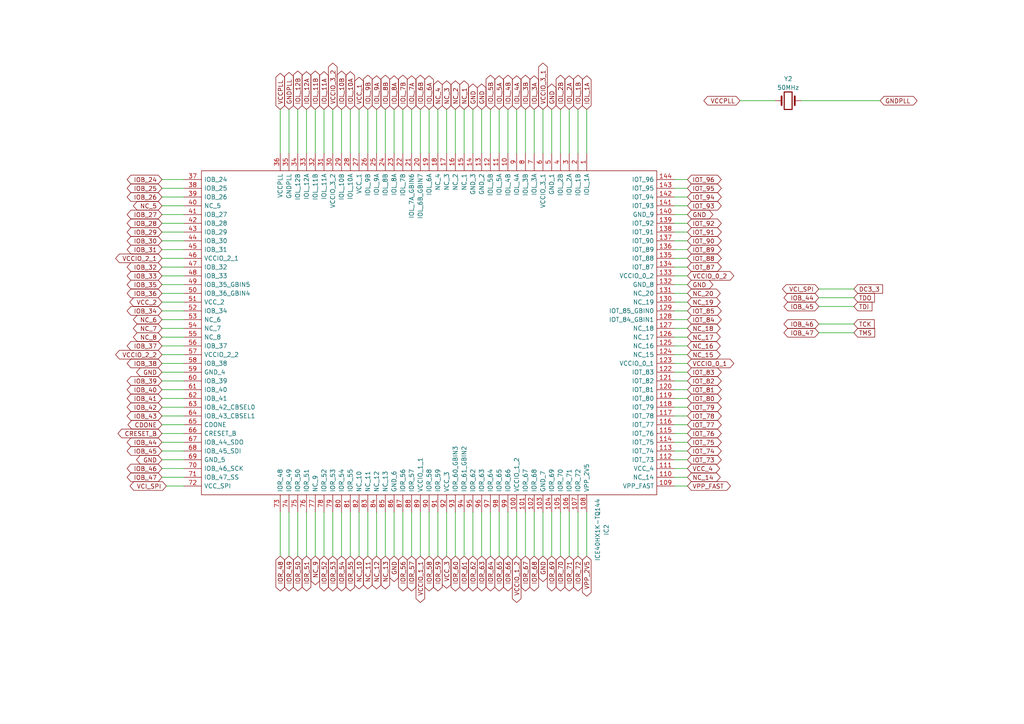
<source format=kicad_sch>
(kicad_sch (version 20230121) (generator eeschema)

  (uuid 74b6891a-b30b-4e6e-a20d-6c9115ca4e40)

  (paper "A4")

  (lib_symbols
    (symbol "Device:Crystal" (pin_numbers hide) (pin_names (offset 1.016) hide) (in_bom yes) (on_board yes)
      (property "Reference" "Y" (at 0 3.81 0)
        (effects (font (size 1.27 1.27)))
      )
      (property "Value" "Crystal" (at 0 -3.81 0)
        (effects (font (size 1.27 1.27)))
      )
      (property "Footprint" "" (at 0 0 0)
        (effects (font (size 1.27 1.27)) hide)
      )
      (property "Datasheet" "~" (at 0 0 0)
        (effects (font (size 1.27 1.27)) hide)
      )
      (property "ki_keywords" "quartz ceramic resonator oscillator" (at 0 0 0)
        (effects (font (size 1.27 1.27)) hide)
      )
      (property "ki_description" "Two pin crystal" (at 0 0 0)
        (effects (font (size 1.27 1.27)) hide)
      )
      (property "ki_fp_filters" "Crystal*" (at 0 0 0)
        (effects (font (size 1.27 1.27)) hide)
      )
      (symbol "Crystal_0_1"
        (rectangle (start -1.143 2.54) (end 1.143 -2.54)
          (stroke (width 0.3048) (type default))
          (fill (type none))
        )
        (polyline
          (pts
            (xy -2.54 0)
            (xy -1.905 0)
          )
          (stroke (width 0) (type default))
          (fill (type none))
        )
        (polyline
          (pts
            (xy -1.905 -1.27)
            (xy -1.905 1.27)
          )
          (stroke (width 0.508) (type default))
          (fill (type none))
        )
        (polyline
          (pts
            (xy 1.905 -1.27)
            (xy 1.905 1.27)
          )
          (stroke (width 0.508) (type default))
          (fill (type none))
        )
        (polyline
          (pts
            (xy 2.54 0)
            (xy 1.905 0)
          )
          (stroke (width 0) (type default))
          (fill (type none))
        )
      )
      (symbol "Crystal_1_1"
        (pin passive line (at -3.81 0 0) (length 1.27)
          (name "1" (effects (font (size 1.27 1.27))))
          (number "1" (effects (font (size 1.27 1.27))))
        )
        (pin passive line (at 3.81 0 180) (length 1.27)
          (name "2" (effects (font (size 1.27 1.27))))
          (number "2" (effects (font (size 1.27 1.27))))
        )
      )
    )
    (symbol "FPGA_my:ICE40HX1K-TQ144" (pin_names (offset 0.762)) (in_bom yes) (on_board yes)
      (property "Reference" "IC" (at 100.33 25.4 0)
        (effects (font (size 1.27 1.27)) (justify left))
      )
      (property "Value" "ICE40HX1K-TQ144" (at 100.33 22.86 0)
        (effects (font (size 1.27 1.27)) (justify left))
      )
      (property "Footprint" "QFP50P2200X2200X160-144N" (at 100.33 20.32 0)
        (effects (font (size 1.27 1.27)) (justify left) hide)
      )
      (property "Datasheet" "https://datasheet.datasheetarchive.com/originals/dk/DKDS-14/263177.pdf" (at 100.33 17.78 0)
        (effects (font (size 1.27 1.27)) (justify left) hide)
      )
      (property "Description" "FPGA iCE40 HX Family 1280 Cells 40nm Technology 1.2V 144-Pin TQFP Tray" (at 100.33 15.24 0)
        (effects (font (size 1.27 1.27)) (justify left) hide)
      )
      (property "Height" "1.6" (at 100.33 12.7 0)
        (effects (font (size 1.27 1.27)) (justify left) hide)
      )
      (property "Mouser Part Number" "842-ICE40HX1K-TQ144" (at 100.33 10.16 0)
        (effects (font (size 1.27 1.27)) (justify left) hide)
      )
      (property "Mouser Price/Stock" "https://www.mouser.co.uk/ProductDetail/Lattice/iCE40HX1K-TQ144?qs=F9A14TELRMtiYSwGl6R%2Fcw%3D%3D" (at 100.33 7.62 0)
        (effects (font (size 1.27 1.27)) (justify left) hide)
      )
      (property "Manufacturer_Name" "Lattice Semiconductor" (at 100.33 5.08 0)
        (effects (font (size 1.27 1.27)) (justify left) hide)
      )
      (property "Manufacturer_Part_Number" "ICE40HX1K-TQ144" (at 100.33 2.54 0)
        (effects (font (size 1.27 1.27)) (justify left) hide)
      )
      (property "ki_description" "FPGA iCE40 HX Family 1280 Cells 40nm Technology 1.2V 144-Pin TQFP Tray" (at 0 0 0)
        (effects (font (size 1.27 1.27)) hide)
      )
      (symbol "ICE40HX1K-TQ144_0_0"
        (pin passive line (at 0 0 0) (length 5.08)
          (name "IOL_1A" (effects (font (size 1.27 1.27))))
          (number "1" (effects (font (size 1.27 1.27))))
        )
        (pin passive line (at 0 -22.86 0) (length 5.08)
          (name "IOL_4B" (effects (font (size 1.27 1.27))))
          (number "10" (effects (font (size 1.27 1.27))))
        )
        (pin passive line (at 104.14 -20.32 180) (length 5.08)
          (name "VCCIO_1_2" (effects (font (size 1.27 1.27))))
          (number "100" (effects (font (size 1.27 1.27))))
        )
        (pin passive line (at 104.14 -17.78 180) (length 5.08)
          (name "IOR_67" (effects (font (size 1.27 1.27))))
          (number "101" (effects (font (size 1.27 1.27))))
        )
        (pin passive line (at 104.14 -15.24 180) (length 5.08)
          (name "IOR_68" (effects (font (size 1.27 1.27))))
          (number "102" (effects (font (size 1.27 1.27))))
        )
        (pin passive line (at 104.14 -12.7 180) (length 5.08)
          (name "GND_7" (effects (font (size 1.27 1.27))))
          (number "103" (effects (font (size 1.27 1.27))))
        )
        (pin passive line (at 104.14 -10.16 180) (length 5.08)
          (name "IOR_69" (effects (font (size 1.27 1.27))))
          (number "104" (effects (font (size 1.27 1.27))))
        )
        (pin passive line (at 104.14 -7.62 180) (length 5.08)
          (name "IOR_70" (effects (font (size 1.27 1.27))))
          (number "105" (effects (font (size 1.27 1.27))))
        )
        (pin passive line (at 104.14 -5.08 180) (length 5.08)
          (name "IOR_71" (effects (font (size 1.27 1.27))))
          (number "106" (effects (font (size 1.27 1.27))))
        )
        (pin passive line (at 104.14 -2.54 180) (length 5.08)
          (name "IOR_72" (effects (font (size 1.27 1.27))))
          (number "107" (effects (font (size 1.27 1.27))))
        )
        (pin passive line (at 104.14 0 180) (length 5.08)
          (name "VPP_2V5" (effects (font (size 1.27 1.27))))
          (number "108" (effects (font (size 1.27 1.27))))
        )
        (pin passive line (at 96.52 25.4 270) (length 5.08)
          (name "VPP_FAST" (effects (font (size 1.27 1.27))))
          (number "109" (effects (font (size 1.27 1.27))))
        )
        (pin passive line (at 0 -25.4 0) (length 5.08)
          (name "IOL_5A" (effects (font (size 1.27 1.27))))
          (number "11" (effects (font (size 1.27 1.27))))
        )
        (pin passive line (at 93.98 25.4 270) (length 5.08)
          (name "NC_14" (effects (font (size 1.27 1.27))))
          (number "110" (effects (font (size 1.27 1.27))))
        )
        (pin passive line (at 91.44 25.4 270) (length 5.08)
          (name "VCC_4" (effects (font (size 1.27 1.27))))
          (number "111" (effects (font (size 1.27 1.27))))
        )
        (pin passive line (at 88.9 25.4 270) (length 5.08)
          (name "IOT_73" (effects (font (size 1.27 1.27))))
          (number "112" (effects (font (size 1.27 1.27))))
        )
        (pin passive line (at 86.36 25.4 270) (length 5.08)
          (name "IOT_74" (effects (font (size 1.27 1.27))))
          (number "113" (effects (font (size 1.27 1.27))))
        )
        (pin passive line (at 83.82 25.4 270) (length 5.08)
          (name "IOT_75" (effects (font (size 1.27 1.27))))
          (number "114" (effects (font (size 1.27 1.27))))
        )
        (pin passive line (at 81.28 25.4 270) (length 5.08)
          (name "IOT_76" (effects (font (size 1.27 1.27))))
          (number "115" (effects (font (size 1.27 1.27))))
        )
        (pin passive line (at 78.74 25.4 270) (length 5.08)
          (name "IOT_77" (effects (font (size 1.27 1.27))))
          (number "116" (effects (font (size 1.27 1.27))))
        )
        (pin passive line (at 76.2 25.4 270) (length 5.08)
          (name "IOT_78" (effects (font (size 1.27 1.27))))
          (number "117" (effects (font (size 1.27 1.27))))
        )
        (pin passive line (at 73.66 25.4 270) (length 5.08)
          (name "IOT_79" (effects (font (size 1.27 1.27))))
          (number "118" (effects (font (size 1.27 1.27))))
        )
        (pin passive line (at 71.12 25.4 270) (length 5.08)
          (name "IOT_80" (effects (font (size 1.27 1.27))))
          (number "119" (effects (font (size 1.27 1.27))))
        )
        (pin passive line (at 0 -27.94 0) (length 5.08)
          (name "IOL_5B" (effects (font (size 1.27 1.27))))
          (number "12" (effects (font (size 1.27 1.27))))
        )
        (pin passive line (at 68.58 25.4 270) (length 5.08)
          (name "IOT_81" (effects (font (size 1.27 1.27))))
          (number "120" (effects (font (size 1.27 1.27))))
        )
        (pin passive line (at 66.04 25.4 270) (length 5.08)
          (name "IOT_82" (effects (font (size 1.27 1.27))))
          (number "121" (effects (font (size 1.27 1.27))))
        )
        (pin passive line (at 63.5 25.4 270) (length 5.08)
          (name "IOT_83" (effects (font (size 1.27 1.27))))
          (number "122" (effects (font (size 1.27 1.27))))
        )
        (pin passive line (at 60.96 25.4 270) (length 5.08)
          (name "VCCIO_0_1" (effects (font (size 1.27 1.27))))
          (number "123" (effects (font (size 1.27 1.27))))
        )
        (pin passive line (at 58.42 25.4 270) (length 5.08)
          (name "NC_15" (effects (font (size 1.27 1.27))))
          (number "124" (effects (font (size 1.27 1.27))))
        )
        (pin passive line (at 55.88 25.4 270) (length 5.08)
          (name "NC_16" (effects (font (size 1.27 1.27))))
          (number "125" (effects (font (size 1.27 1.27))))
        )
        (pin passive line (at 53.34 25.4 270) (length 5.08)
          (name "NC_17" (effects (font (size 1.27 1.27))))
          (number "126" (effects (font (size 1.27 1.27))))
        )
        (pin passive line (at 50.8 25.4 270) (length 5.08)
          (name "NC_18" (effects (font (size 1.27 1.27))))
          (number "127" (effects (font (size 1.27 1.27))))
        )
        (pin passive line (at 48.26 25.4 270) (length 5.08)
          (name "IOT_84_GBIN1" (effects (font (size 1.27 1.27))))
          (number "128" (effects (font (size 1.27 1.27))))
        )
        (pin passive line (at 45.72 25.4 270) (length 5.08)
          (name "IOT_85_GBIN0" (effects (font (size 1.27 1.27))))
          (number "129" (effects (font (size 1.27 1.27))))
        )
        (pin passive line (at 0 -30.48 0) (length 5.08)
          (name "GND_2" (effects (font (size 1.27 1.27))))
          (number "13" (effects (font (size 1.27 1.27))))
        )
        (pin passive line (at 43.18 25.4 270) (length 5.08)
          (name "NC_19" (effects (font (size 1.27 1.27))))
          (number "130" (effects (font (size 1.27 1.27))))
        )
        (pin passive line (at 40.64 25.4 270) (length 5.08)
          (name "NC_20" (effects (font (size 1.27 1.27))))
          (number "131" (effects (font (size 1.27 1.27))))
        )
        (pin passive line (at 38.1 25.4 270) (length 5.08)
          (name "GND_8" (effects (font (size 1.27 1.27))))
          (number "132" (effects (font (size 1.27 1.27))))
        )
        (pin passive line (at 35.56 25.4 270) (length 5.08)
          (name "VCCIO_0_2" (effects (font (size 1.27 1.27))))
          (number "133" (effects (font (size 1.27 1.27))))
        )
        (pin passive line (at 33.02 25.4 270) (length 5.08)
          (name "IOT_87" (effects (font (size 1.27 1.27))))
          (number "134" (effects (font (size 1.27 1.27))))
        )
        (pin passive line (at 30.48 25.4 270) (length 5.08)
          (name "IOT_88" (effects (font (size 1.27 1.27))))
          (number "135" (effects (font (size 1.27 1.27))))
        )
        (pin passive line (at 27.94 25.4 270) (length 5.08)
          (name "IOT_89" (effects (font (size 1.27 1.27))))
          (number "136" (effects (font (size 1.27 1.27))))
        )
        (pin passive line (at 25.4 25.4 270) (length 5.08)
          (name "IOT_90" (effects (font (size 1.27 1.27))))
          (number "137" (effects (font (size 1.27 1.27))))
        )
        (pin passive line (at 22.86 25.4 270) (length 5.08)
          (name "IOT_91" (effects (font (size 1.27 1.27))))
          (number "138" (effects (font (size 1.27 1.27))))
        )
        (pin passive line (at 20.32 25.4 270) (length 5.08)
          (name "IOT_92" (effects (font (size 1.27 1.27))))
          (number "139" (effects (font (size 1.27 1.27))))
        )
        (pin passive line (at 0 -33.02 0) (length 5.08)
          (name "GND_3" (effects (font (size 1.27 1.27))))
          (number "14" (effects (font (size 1.27 1.27))))
        )
        (pin passive line (at 17.78 25.4 270) (length 5.08)
          (name "GND_9" (effects (font (size 1.27 1.27))))
          (number "140" (effects (font (size 1.27 1.27))))
        )
        (pin passive line (at 15.24 25.4 270) (length 5.08)
          (name "IOT_93" (effects (font (size 1.27 1.27))))
          (number "141" (effects (font (size 1.27 1.27))))
        )
        (pin passive line (at 12.7 25.4 270) (length 5.08)
          (name "IOT_94" (effects (font (size 1.27 1.27))))
          (number "142" (effects (font (size 1.27 1.27))))
        )
        (pin passive line (at 10.16 25.4 270) (length 5.08)
          (name "IOT_95" (effects (font (size 1.27 1.27))))
          (number "143" (effects (font (size 1.27 1.27))))
        )
        (pin passive line (at 7.62 25.4 270) (length 5.08)
          (name "IOT_96" (effects (font (size 1.27 1.27))))
          (number "144" (effects (font (size 1.27 1.27))))
        )
        (pin passive line (at 0 -35.56 0) (length 5.08)
          (name "NC_1" (effects (font (size 1.27 1.27))))
          (number "15" (effects (font (size 1.27 1.27))))
        )
        (pin passive line (at 0 -38.1 0) (length 5.08)
          (name "NC_2" (effects (font (size 1.27 1.27))))
          (number "16" (effects (font (size 1.27 1.27))))
        )
        (pin passive line (at 0 -40.64 0) (length 5.08)
          (name "NC_3" (effects (font (size 1.27 1.27))))
          (number "17" (effects (font (size 1.27 1.27))))
        )
        (pin passive line (at 0 -43.18 0) (length 5.08)
          (name "NC_4" (effects (font (size 1.27 1.27))))
          (number "18" (effects (font (size 1.27 1.27))))
        )
        (pin passive line (at 0 -45.72 0) (length 5.08)
          (name "IOL_6A" (effects (font (size 1.27 1.27))))
          (number "19" (effects (font (size 1.27 1.27))))
        )
        (pin passive line (at 0 -2.54 0) (length 5.08)
          (name "IOL_1B" (effects (font (size 1.27 1.27))))
          (number "2" (effects (font (size 1.27 1.27))))
        )
        (pin passive line (at 0 -48.26 0) (length 5.08)
          (name "IOL_6B_GBIN7" (effects (font (size 1.27 1.27))))
          (number "20" (effects (font (size 1.27 1.27))))
        )
        (pin passive line (at 0 -50.8 0) (length 5.08)
          (name "IOL_7A_GBIN6" (effects (font (size 1.27 1.27))))
          (number "21" (effects (font (size 1.27 1.27))))
        )
        (pin passive line (at 0 -53.34 0) (length 5.08)
          (name "IOL_7B" (effects (font (size 1.27 1.27))))
          (number "22" (effects (font (size 1.27 1.27))))
        )
        (pin passive line (at 0 -55.88 0) (length 5.08)
          (name "IOL_8A" (effects (font (size 1.27 1.27))))
          (number "23" (effects (font (size 1.27 1.27))))
        )
        (pin passive line (at 0 -58.42 0) (length 5.08)
          (name "IOL_8B" (effects (font (size 1.27 1.27))))
          (number "24" (effects (font (size 1.27 1.27))))
        )
        (pin passive line (at 0 -60.96 0) (length 5.08)
          (name "IOL_9A" (effects (font (size 1.27 1.27))))
          (number "25" (effects (font (size 1.27 1.27))))
        )
        (pin passive line (at 0 -63.5 0) (length 5.08)
          (name "IOL_9B" (effects (font (size 1.27 1.27))))
          (number "26" (effects (font (size 1.27 1.27))))
        )
        (pin passive line (at 0 -66.04 0) (length 5.08)
          (name "VCC_1" (effects (font (size 1.27 1.27))))
          (number "27" (effects (font (size 1.27 1.27))))
        )
        (pin passive line (at 0 -68.58 0) (length 5.08)
          (name "IOL_10A" (effects (font (size 1.27 1.27))))
          (number "28" (effects (font (size 1.27 1.27))))
        )
        (pin passive line (at 0 -71.12 0) (length 5.08)
          (name "IOL_10B" (effects (font (size 1.27 1.27))))
          (number "29" (effects (font (size 1.27 1.27))))
        )
        (pin passive line (at 0 -5.08 0) (length 5.08)
          (name "IOL_2A" (effects (font (size 1.27 1.27))))
          (number "3" (effects (font (size 1.27 1.27))))
        )
        (pin passive line (at 0 -73.66 0) (length 5.08)
          (name "VCCIO_3_2" (effects (font (size 1.27 1.27))))
          (number "30" (effects (font (size 1.27 1.27))))
        )
        (pin passive line (at 0 -76.2 0) (length 5.08)
          (name "IOL_11A" (effects (font (size 1.27 1.27))))
          (number "31" (effects (font (size 1.27 1.27))))
        )
        (pin passive line (at 0 -78.74 0) (length 5.08)
          (name "IOL_11B" (effects (font (size 1.27 1.27))))
          (number "32" (effects (font (size 1.27 1.27))))
        )
        (pin passive line (at 0 -81.28 0) (length 5.08)
          (name "IOL_12A" (effects (font (size 1.27 1.27))))
          (number "33" (effects (font (size 1.27 1.27))))
        )
        (pin passive line (at 0 -83.82 0) (length 5.08)
          (name "IOL_12B" (effects (font (size 1.27 1.27))))
          (number "34" (effects (font (size 1.27 1.27))))
        )
        (pin passive line (at 0 -86.36 0) (length 5.08)
          (name "GNDPLL" (effects (font (size 1.27 1.27))))
          (number "35" (effects (font (size 1.27 1.27))))
        )
        (pin passive line (at 0 -88.9 0) (length 5.08)
          (name "VCCPLL" (effects (font (size 1.27 1.27))))
          (number "36" (effects (font (size 1.27 1.27))))
        )
        (pin passive line (at 7.62 -116.84 90) (length 5.08)
          (name "IOB_24" (effects (font (size 1.27 1.27))))
          (number "37" (effects (font (size 1.27 1.27))))
        )
        (pin passive line (at 10.16 -116.84 90) (length 5.08)
          (name "IOB_25" (effects (font (size 1.27 1.27))))
          (number "38" (effects (font (size 1.27 1.27))))
        )
        (pin passive line (at 12.7 -116.84 90) (length 5.08)
          (name "IOB_26" (effects (font (size 1.27 1.27))))
          (number "39" (effects (font (size 1.27 1.27))))
        )
        (pin passive line (at 0 -7.62 0) (length 5.08)
          (name "IOL_2B" (effects (font (size 1.27 1.27))))
          (number "4" (effects (font (size 1.27 1.27))))
        )
        (pin passive line (at 15.24 -116.84 90) (length 5.08)
          (name "NC_5" (effects (font (size 1.27 1.27))))
          (number "40" (effects (font (size 1.27 1.27))))
        )
        (pin passive line (at 17.78 -116.84 90) (length 5.08)
          (name "IOB_27" (effects (font (size 1.27 1.27))))
          (number "41" (effects (font (size 1.27 1.27))))
        )
        (pin passive line (at 20.32 -116.84 90) (length 5.08)
          (name "IOB_28" (effects (font (size 1.27 1.27))))
          (number "42" (effects (font (size 1.27 1.27))))
        )
        (pin passive line (at 22.86 -116.84 90) (length 5.08)
          (name "IOB_29" (effects (font (size 1.27 1.27))))
          (number "43" (effects (font (size 1.27 1.27))))
        )
        (pin passive line (at 25.4 -116.84 90) (length 5.08)
          (name "IOB_30" (effects (font (size 1.27 1.27))))
          (number "44" (effects (font (size 1.27 1.27))))
        )
        (pin passive line (at 27.94 -116.84 90) (length 5.08)
          (name "IOB_31" (effects (font (size 1.27 1.27))))
          (number "45" (effects (font (size 1.27 1.27))))
        )
        (pin passive line (at 30.48 -116.84 90) (length 5.08)
          (name "VCCIO_2_1" (effects (font (size 1.27 1.27))))
          (number "46" (effects (font (size 1.27 1.27))))
        )
        (pin passive line (at 33.02 -116.84 90) (length 5.08)
          (name "IOB_32" (effects (font (size 1.27 1.27))))
          (number "47" (effects (font (size 1.27 1.27))))
        )
        (pin passive line (at 35.56 -116.84 90) (length 5.08)
          (name "IOB_33" (effects (font (size 1.27 1.27))))
          (number "48" (effects (font (size 1.27 1.27))))
        )
        (pin passive line (at 38.1 -116.84 90) (length 5.08)
          (name "IOB_35_GBIN5" (effects (font (size 1.27 1.27))))
          (number "49" (effects (font (size 1.27 1.27))))
        )
        (pin passive line (at 0 -10.16 0) (length 5.08)
          (name "GND_1" (effects (font (size 1.27 1.27))))
          (number "5" (effects (font (size 1.27 1.27))))
        )
        (pin passive line (at 40.64 -116.84 90) (length 5.08)
          (name "IOB_36_GBIN4" (effects (font (size 1.27 1.27))))
          (number "50" (effects (font (size 1.27 1.27))))
        )
        (pin passive line (at 43.18 -116.84 90) (length 5.08)
          (name "VCC_2" (effects (font (size 1.27 1.27))))
          (number "51" (effects (font (size 1.27 1.27))))
        )
        (pin passive line (at 45.72 -116.84 90) (length 5.08)
          (name "IOB_34" (effects (font (size 1.27 1.27))))
          (number "52" (effects (font (size 1.27 1.27))))
        )
        (pin passive line (at 48.26 -116.84 90) (length 5.08)
          (name "NC_6" (effects (font (size 1.27 1.27))))
          (number "53" (effects (font (size 1.27 1.27))))
        )
        (pin passive line (at 50.8 -116.84 90) (length 5.08)
          (name "NC_7" (effects (font (size 1.27 1.27))))
          (number "54" (effects (font (size 1.27 1.27))))
        )
        (pin passive line (at 53.34 -116.84 90) (length 5.08)
          (name "NC_8" (effects (font (size 1.27 1.27))))
          (number "55" (effects (font (size 1.27 1.27))))
        )
        (pin passive line (at 55.88 -116.84 90) (length 5.08)
          (name "IOB_37" (effects (font (size 1.27 1.27))))
          (number "56" (effects (font (size 1.27 1.27))))
        )
        (pin passive line (at 58.42 -116.84 90) (length 5.08)
          (name "VCCIO_2_2" (effects (font (size 1.27 1.27))))
          (number "57" (effects (font (size 1.27 1.27))))
        )
        (pin passive line (at 60.96 -116.84 90) (length 5.08)
          (name "IOB_38" (effects (font (size 1.27 1.27))))
          (number "58" (effects (font (size 1.27 1.27))))
        )
        (pin passive line (at 63.5 -116.84 90) (length 5.08)
          (name "GND_4" (effects (font (size 1.27 1.27))))
          (number "59" (effects (font (size 1.27 1.27))))
        )
        (pin passive line (at 0 -12.7 0) (length 5.08)
          (name "VCCIO_3_1" (effects (font (size 1.27 1.27))))
          (number "6" (effects (font (size 1.27 1.27))))
        )
        (pin passive line (at 66.04 -116.84 90) (length 5.08)
          (name "IOB_39" (effects (font (size 1.27 1.27))))
          (number "60" (effects (font (size 1.27 1.27))))
        )
        (pin passive line (at 68.58 -116.84 90) (length 5.08)
          (name "IOB_40" (effects (font (size 1.27 1.27))))
          (number "61" (effects (font (size 1.27 1.27))))
        )
        (pin passive line (at 71.12 -116.84 90) (length 5.08)
          (name "IOB_41" (effects (font (size 1.27 1.27))))
          (number "62" (effects (font (size 1.27 1.27))))
        )
        (pin passive line (at 73.66 -116.84 90) (length 5.08)
          (name "IOB_42_CBSEL0" (effects (font (size 1.27 1.27))))
          (number "63" (effects (font (size 1.27 1.27))))
        )
        (pin passive line (at 76.2 -116.84 90) (length 5.08)
          (name "IOB_43_CBSEL1" (effects (font (size 1.27 1.27))))
          (number "64" (effects (font (size 1.27 1.27))))
        )
        (pin passive line (at 78.74 -116.84 90) (length 5.08)
          (name "CDONE" (effects (font (size 1.27 1.27))))
          (number "65" (effects (font (size 1.27 1.27))))
        )
        (pin passive line (at 81.28 -116.84 90) (length 5.08)
          (name "CRESET_B" (effects (font (size 1.27 1.27))))
          (number "66" (effects (font (size 1.27 1.27))))
        )
        (pin passive line (at 83.82 -116.84 90) (length 5.08)
          (name "IOB_44_SDO" (effects (font (size 1.27 1.27))))
          (number "67" (effects (font (size 1.27 1.27))))
        )
        (pin passive line (at 86.36 -116.84 90) (length 5.08)
          (name "IOB_45_SDI" (effects (font (size 1.27 1.27))))
          (number "68" (effects (font (size 1.27 1.27))))
        )
        (pin passive line (at 88.9 -116.84 90) (length 5.08)
          (name "GND_5" (effects (font (size 1.27 1.27))))
          (number "69" (effects (font (size 1.27 1.27))))
        )
        (pin passive line (at 0 -15.24 0) (length 5.08)
          (name "IOL_3A" (effects (font (size 1.27 1.27))))
          (number "7" (effects (font (size 1.27 1.27))))
        )
        (pin passive line (at 91.44 -116.84 90) (length 5.08)
          (name "IOB_46_SCK" (effects (font (size 1.27 1.27))))
          (number "70" (effects (font (size 1.27 1.27))))
        )
        (pin passive line (at 93.98 -116.84 90) (length 5.08)
          (name "IOB_47_SS" (effects (font (size 1.27 1.27))))
          (number "71" (effects (font (size 1.27 1.27))))
        )
        (pin passive line (at 96.52 -116.84 90) (length 5.08)
          (name "VCC_SPI" (effects (font (size 1.27 1.27))))
          (number "72" (effects (font (size 1.27 1.27))))
        )
        (pin passive line (at 104.14 -88.9 180) (length 5.08)
          (name "IOR_48" (effects (font (size 1.27 1.27))))
          (number "73" (effects (font (size 1.27 1.27))))
        )
        (pin passive line (at 104.14 -86.36 180) (length 5.08)
          (name "IOR_49" (effects (font (size 1.27 1.27))))
          (number "74" (effects (font (size 1.27 1.27))))
        )
        (pin passive line (at 104.14 -83.82 180) (length 5.08)
          (name "IOR_50" (effects (font (size 1.27 1.27))))
          (number "75" (effects (font (size 1.27 1.27))))
        )
        (pin passive line (at 104.14 -81.28 180) (length 5.08)
          (name "IOR_51" (effects (font (size 1.27 1.27))))
          (number "76" (effects (font (size 1.27 1.27))))
        )
        (pin passive line (at 104.14 -78.74 180) (length 5.08)
          (name "NC_9" (effects (font (size 1.27 1.27))))
          (number "77" (effects (font (size 1.27 1.27))))
        )
        (pin passive line (at 104.14 -76.2 180) (length 5.08)
          (name "IOR_52" (effects (font (size 1.27 1.27))))
          (number "78" (effects (font (size 1.27 1.27))))
        )
        (pin passive line (at 104.14 -73.66 180) (length 5.08)
          (name "IOR_53" (effects (font (size 1.27 1.27))))
          (number "79" (effects (font (size 1.27 1.27))))
        )
        (pin passive line (at 0 -17.78 0) (length 5.08)
          (name "IOL_3B" (effects (font (size 1.27 1.27))))
          (number "8" (effects (font (size 1.27 1.27))))
        )
        (pin passive line (at 104.14 -71.12 180) (length 5.08)
          (name "IOR_54" (effects (font (size 1.27 1.27))))
          (number "80" (effects (font (size 1.27 1.27))))
        )
        (pin passive line (at 104.14 -68.58 180) (length 5.08)
          (name "IOR_55" (effects (font (size 1.27 1.27))))
          (number "81" (effects (font (size 1.27 1.27))))
        )
        (pin passive line (at 104.14 -66.04 180) (length 5.08)
          (name "NC_10" (effects (font (size 1.27 1.27))))
          (number "82" (effects (font (size 1.27 1.27))))
        )
        (pin passive line (at 104.14 -63.5 180) (length 5.08)
          (name "NC_11" (effects (font (size 1.27 1.27))))
          (number "83" (effects (font (size 1.27 1.27))))
        )
        (pin passive line (at 104.14 -60.96 180) (length 5.08)
          (name "NC_12" (effects (font (size 1.27 1.27))))
          (number "84" (effects (font (size 1.27 1.27))))
        )
        (pin passive line (at 104.14 -58.42 180) (length 5.08)
          (name "NC_13" (effects (font (size 1.27 1.27))))
          (number "85" (effects (font (size 1.27 1.27))))
        )
        (pin passive line (at 104.14 -55.88 180) (length 5.08)
          (name "GND_6" (effects (font (size 1.27 1.27))))
          (number "86" (effects (font (size 1.27 1.27))))
        )
        (pin passive line (at 104.14 -53.34 180) (length 5.08)
          (name "IOR_56" (effects (font (size 1.27 1.27))))
          (number "87" (effects (font (size 1.27 1.27))))
        )
        (pin passive line (at 104.14 -50.8 180) (length 5.08)
          (name "IOR_57" (effects (font (size 1.27 1.27))))
          (number "88" (effects (font (size 1.27 1.27))))
        )
        (pin passive line (at 104.14 -48.26 180) (length 5.08)
          (name "VCCIO_1_1" (effects (font (size 1.27 1.27))))
          (number "89" (effects (font (size 1.27 1.27))))
        )
        (pin passive line (at 0 -20.32 0) (length 5.08)
          (name "IOL_4A" (effects (font (size 1.27 1.27))))
          (number "9" (effects (font (size 1.27 1.27))))
        )
        (pin passive line (at 104.14 -45.72 180) (length 5.08)
          (name "IOR_58" (effects (font (size 1.27 1.27))))
          (number "90" (effects (font (size 1.27 1.27))))
        )
        (pin passive line (at 104.14 -43.18 180) (length 5.08)
          (name "IOR_59" (effects (font (size 1.27 1.27))))
          (number "91" (effects (font (size 1.27 1.27))))
        )
        (pin passive line (at 104.14 -40.64 180) (length 5.08)
          (name "VCC_3" (effects (font (size 1.27 1.27))))
          (number "92" (effects (font (size 1.27 1.27))))
        )
        (pin passive line (at 104.14 -38.1 180) (length 5.08)
          (name "IOR_60_GBIN3" (effects (font (size 1.27 1.27))))
          (number "93" (effects (font (size 1.27 1.27))))
        )
        (pin passive line (at 104.14 -35.56 180) (length 5.08)
          (name "IOR_61_GBIN2" (effects (font (size 1.27 1.27))))
          (number "94" (effects (font (size 1.27 1.27))))
        )
        (pin passive line (at 104.14 -33.02 180) (length 5.08)
          (name "IOR_62" (effects (font (size 1.27 1.27))))
          (number "95" (effects (font (size 1.27 1.27))))
        )
        (pin passive line (at 104.14 -30.48 180) (length 5.08)
          (name "IOR_63" (effects (font (size 1.27 1.27))))
          (number "96" (effects (font (size 1.27 1.27))))
        )
        (pin passive line (at 104.14 -27.94 180) (length 5.08)
          (name "IOR_64" (effects (font (size 1.27 1.27))))
          (number "97" (effects (font (size 1.27 1.27))))
        )
        (pin passive line (at 104.14 -25.4 180) (length 5.08)
          (name "IOR_65" (effects (font (size 1.27 1.27))))
          (number "98" (effects (font (size 1.27 1.27))))
        )
        (pin passive line (at 104.14 -22.86 180) (length 5.08)
          (name "IOR_66" (effects (font (size 1.27 1.27))))
          (number "99" (effects (font (size 1.27 1.27))))
        )
      )
      (symbol "ICE40HX1K-TQ144_0_1"
        (polyline
          (pts
            (xy 5.08 20.32)
            (xy 99.06 20.32)
            (xy 99.06 -111.76)
            (xy 5.08 -111.76)
            (xy 5.08 20.32)
          )
          (stroke (width 0.1524) (type solid))
          (fill (type none))
        )
      )
    )
  )


  (wire (pts (xy 93.98 161.29) (xy 93.98 148.59))
    (stroke (width 0) (type default))
    (uuid 0030e5d4-8d48-4baf-8301-fe3f8c4a7c04)
  )
  (wire (pts (xy 109.22 161.29) (xy 109.22 148.59))
    (stroke (width 0) (type default))
    (uuid 01fd31fd-2044-411c-818f-fe0974082d1f)
  )
  (wire (pts (xy 111.76 161.29) (xy 111.76 148.59))
    (stroke (width 0) (type default))
    (uuid 03143657-d085-4555-80b5-9afd791fee22)
  )
  (wire (pts (xy 199.39 67.31) (xy 195.58 67.31))
    (stroke (width 0) (type default))
    (uuid 039ce1c3-3e92-4bbb-aa08-071d5af609c7)
  )
  (wire (pts (xy 106.68 161.29) (xy 106.68 148.59))
    (stroke (width 0) (type default))
    (uuid 0950e6fa-f41a-47ce-a0f2-7ab0e52b819b)
  )
  (wire (pts (xy 199.39 59.69) (xy 195.58 59.69))
    (stroke (width 0) (type default))
    (uuid 0a68ab5c-4152-44b6-9503-4fcf97ca902b)
  )
  (wire (pts (xy 46.99 90.17) (xy 53.34 90.17))
    (stroke (width 0) (type default))
    (uuid 0b5b5ff7-5fb4-484b-bcec-290c2d2c47e3)
  )
  (wire (pts (xy 152.4 31.75) (xy 152.4 44.45))
    (stroke (width 0) (type default))
    (uuid 0d4981dc-9c57-48c1-b489-c2f482d63089)
  )
  (wire (pts (xy 88.9 31.75) (xy 88.9 44.45))
    (stroke (width 0) (type default))
    (uuid 0f73b748-40e0-43df-9255-eff6f7113958)
  )
  (wire (pts (xy 46.99 130.81) (xy 53.34 130.81))
    (stroke (width 0) (type default))
    (uuid 10bb70ec-4057-4b7d-a08b-a722062dfd87)
  )
  (wire (pts (xy 104.14 161.29) (xy 104.14 148.59))
    (stroke (width 0) (type default))
    (uuid 13ecda95-2d91-434e-8d9d-03f96cd0cbf1)
  )
  (wire (pts (xy 88.9 161.29) (xy 88.9 148.59))
    (stroke (width 0) (type default))
    (uuid 15fd6f0c-7098-4406-9602-be8755070184)
  )
  (wire (pts (xy 167.64 161.29) (xy 167.64 148.59))
    (stroke (width 0) (type default))
    (uuid 167dbb51-d0db-42bf-9934-c928636ea7e1)
  )
  (wire (pts (xy 199.39 52.07) (xy 195.58 52.07))
    (stroke (width 0) (type default))
    (uuid 16a715a2-33c2-4d9e-b86c-c062488495ca)
  )
  (wire (pts (xy 127 161.29) (xy 127 148.59))
    (stroke (width 0) (type default))
    (uuid 16a98c39-cb68-40b8-8198-a869ff66c7ac)
  )
  (wire (pts (xy 137.16 161.29) (xy 137.16 148.59))
    (stroke (width 0) (type default))
    (uuid 1930d73c-838f-46d4-b321-03001e729937)
  )
  (wire (pts (xy 132.08 161.29) (xy 132.08 148.59))
    (stroke (width 0) (type default))
    (uuid 1ce24ed6-cea7-43c4-b69a-338be834a31d)
  )
  (wire (pts (xy 46.99 67.31) (xy 53.34 67.31))
    (stroke (width 0) (type default))
    (uuid 1f27b3ce-6244-42a8-807a-9341837a7820)
  )
  (wire (pts (xy 48.26 140.97) (xy 53.34 140.97))
    (stroke (width 0) (type default))
    (uuid 232c7ab0-b7db-4fa4-920a-a63fb2212187)
  )
  (wire (pts (xy 199.39 113.03) (xy 195.58 113.03))
    (stroke (width 0) (type default))
    (uuid 23a67f6a-b15c-4d5a-80e3-27385b606303)
  )
  (wire (pts (xy 199.39 125.73) (xy 195.58 125.73))
    (stroke (width 0) (type default))
    (uuid 2418654b-0af7-49ff-9681-93128ae4282e)
  )
  (wire (pts (xy 99.06 31.75) (xy 99.06 44.45))
    (stroke (width 0) (type default))
    (uuid 282fce93-af1c-4754-b84c-fe78abe06c30)
  )
  (wire (pts (xy 99.06 161.29) (xy 99.06 148.59))
    (stroke (width 0) (type default))
    (uuid 2884d0db-b982-47cc-be6f-640796b236f8)
  )
  (wire (pts (xy 111.76 31.75) (xy 111.76 44.45))
    (stroke (width 0) (type default))
    (uuid 2926267b-0bdf-473d-88bc-d3c1e7dfe0fa)
  )
  (wire (pts (xy 199.39 135.89) (xy 195.58 135.89))
    (stroke (width 0) (type default))
    (uuid 29903174-1eba-4de2-b3c9-99db6de5612f)
  )
  (wire (pts (xy 116.84 31.75) (xy 116.84 44.45))
    (stroke (width 0) (type default))
    (uuid 2dea6b75-96dc-4612-b577-1fb2cc5918f3)
  )
  (wire (pts (xy 199.39 74.93) (xy 195.58 74.93))
    (stroke (width 0) (type default))
    (uuid 2e3f672f-c555-4f44-9330-aa6cbc9fb080)
  )
  (wire (pts (xy 170.18 161.29) (xy 170.18 148.59))
    (stroke (width 0) (type default))
    (uuid 3186382a-ebaf-4b85-9ffb-e6e2136fd1b0)
  )
  (wire (pts (xy 46.99 97.79) (xy 53.34 97.79))
    (stroke (width 0) (type default))
    (uuid 322f20dc-fe46-4731-bce8-1793043261ed)
  )
  (wire (pts (xy 199.39 100.33) (xy 195.58 100.33))
    (stroke (width 0) (type default))
    (uuid 34ef1d9f-3702-4537-941c-c850480a9b78)
  )
  (wire (pts (xy 46.99 113.03) (xy 53.34 113.03))
    (stroke (width 0) (type default))
    (uuid 37020c85-0a5e-4ad1-85f0-c2d9ad6b8599)
  )
  (wire (pts (xy 157.48 31.75) (xy 157.48 44.45))
    (stroke (width 0) (type default))
    (uuid 371b8c82-bdc8-4a8a-81c0-53d941fc5517)
  )
  (wire (pts (xy 199.39 69.85) (xy 195.58 69.85))
    (stroke (width 0) (type default))
    (uuid 381ac0ce-0afd-49b6-a568-fa6e82f347c9)
  )
  (wire (pts (xy 199.39 57.15) (xy 195.58 57.15))
    (stroke (width 0) (type default))
    (uuid 39f86b0e-ec83-4106-bde7-5b14d195efcb)
  )
  (wire (pts (xy 199.39 128.27) (xy 195.58 128.27))
    (stroke (width 0) (type default))
    (uuid 3c49ebc2-f612-42d0-9603-ba376bf27b5e)
  )
  (wire (pts (xy 199.39 82.55) (xy 195.58 82.55))
    (stroke (width 0) (type default))
    (uuid 411fa57c-9c96-4995-8b3b-4af5ccb2ae74)
  )
  (wire (pts (xy 46.99 138.43) (xy 53.34 138.43))
    (stroke (width 0) (type default))
    (uuid 42f46006-05eb-44a3-8e04-12df53bd8c2d)
  )
  (wire (pts (xy 104.14 31.75) (xy 104.14 44.45))
    (stroke (width 0) (type default))
    (uuid 46e5c5d3-2c54-45e1-8bdc-0c844d24141e)
  )
  (wire (pts (xy 46.99 133.35) (xy 53.34 133.35))
    (stroke (width 0) (type default))
    (uuid 49d7f714-a096-42f9-a334-93aec1da3853)
  )
  (wire (pts (xy 106.68 31.75) (xy 106.68 44.45))
    (stroke (width 0) (type default))
    (uuid 4a6eab93-3828-46bf-a7a5-504fe9f85efa)
  )
  (wire (pts (xy 46.99 95.25) (xy 53.34 95.25))
    (stroke (width 0) (type default))
    (uuid 4d1d57c6-11b2-423f-bf54-10a50813e8da)
  )
  (wire (pts (xy 199.39 72.39) (xy 195.58 72.39))
    (stroke (width 0) (type default))
    (uuid 4e88c2d7-f9b6-4a77-9475-4e0666194a89)
  )
  (wire (pts (xy 162.56 161.29) (xy 162.56 148.59))
    (stroke (width 0) (type default))
    (uuid 4ebe94ee-ae31-41bc-bdf4-3f633d2ff05b)
  )
  (wire (pts (xy 144.78 161.29) (xy 144.78 148.59))
    (stroke (width 0) (type default))
    (uuid 502dc718-c23e-4403-8594-0ee9a9292936)
  )
  (wire (pts (xy 149.86 31.75) (xy 149.86 44.45))
    (stroke (width 0) (type default))
    (uuid 50a83d8f-4cbb-4838-ad5d-c59621eed604)
  )
  (wire (pts (xy 139.7 161.29) (xy 139.7 148.59))
    (stroke (width 0) (type default))
    (uuid 54173c3b-016a-4041-8b98-3c69efa146e2)
  )
  (wire (pts (xy 46.99 107.95) (xy 53.34 107.95))
    (stroke (width 0) (type default))
    (uuid 5550f8d1-ed30-4666-91ca-65807a8222f2)
  )
  (wire (pts (xy 237.49 88.9) (xy 247.65 88.9))
    (stroke (width 0) (type default))
    (uuid 5779253d-1503-4372-97cc-0f0ce796e664)
  )
  (wire (pts (xy 96.52 161.29) (xy 96.52 148.59))
    (stroke (width 0) (type default))
    (uuid 58f98d65-6a4e-4324-bfb7-a098a9a54eba)
  )
  (wire (pts (xy 121.92 161.29) (xy 121.92 148.59))
    (stroke (width 0) (type default))
    (uuid 5bcaf969-4d55-4d29-8281-fe41687f985e)
  )
  (wire (pts (xy 165.1 161.29) (xy 165.1 148.59))
    (stroke (width 0) (type default))
    (uuid 5cc9194e-aa69-459b-8a27-28d0319fbffc)
  )
  (wire (pts (xy 46.99 123.19) (xy 53.34 123.19))
    (stroke (width 0) (type default))
    (uuid 5cd034f7-8548-4770-a117-e3781c4a39a4)
  )
  (wire (pts (xy 199.39 54.61) (xy 195.58 54.61))
    (stroke (width 0) (type default))
    (uuid 5d4b35ed-a6ef-47f0-8963-90f61f7be1b2)
  )
  (wire (pts (xy 81.28 161.29) (xy 81.28 148.59))
    (stroke (width 0) (type default))
    (uuid 5de69121-a254-4043-ab9f-1a5d66bdd34f)
  )
  (wire (pts (xy 124.46 31.75) (xy 124.46 44.45))
    (stroke (width 0) (type default))
    (uuid 5eb043c3-cf0c-4aeb-b9d0-bfb90cb817c2)
  )
  (wire (pts (xy 154.94 31.75) (xy 154.94 44.45))
    (stroke (width 0) (type default))
    (uuid 607bbf37-4f3e-47b2-953e-3a7bea853189)
  )
  (wire (pts (xy 199.39 123.19) (xy 195.58 123.19))
    (stroke (width 0) (type default))
    (uuid 62d6d27c-93b4-4e7a-9e4d-369baff37161)
  )
  (wire (pts (xy 121.92 31.75) (xy 121.92 44.45))
    (stroke (width 0) (type default))
    (uuid 635240d8-e881-46bc-9cf7-a2101af411cd)
  )
  (wire (pts (xy 149.86 161.29) (xy 149.86 148.59))
    (stroke (width 0) (type default))
    (uuid 64c72f6e-35a4-4815-86c0-08a3559a1769)
  )
  (wire (pts (xy 93.98 31.75) (xy 93.98 44.45))
    (stroke (width 0) (type default))
    (uuid 67190609-c768-45b1-954d-0286e339acf2)
  )
  (wire (pts (xy 199.39 107.95) (xy 195.58 107.95))
    (stroke (width 0) (type default))
    (uuid 67efb57b-4d56-4790-b0cd-a61b7354f0d1)
  )
  (wire (pts (xy 46.99 110.49) (xy 53.34 110.49))
    (stroke (width 0) (type default))
    (uuid 6807cb14-f9ec-432a-9c27-031fb4eb76e8)
  )
  (wire (pts (xy 46.99 118.11) (xy 53.34 118.11))
    (stroke (width 0) (type default))
    (uuid 68c5db2c-3597-469a-9491-62988382e3d7)
  )
  (wire (pts (xy 142.24 31.75) (xy 142.24 44.45))
    (stroke (width 0) (type default))
    (uuid 6966ac09-94a9-4431-852f-3bab90f15073)
  )
  (wire (pts (xy 109.22 31.75) (xy 109.22 44.45))
    (stroke (width 0) (type default))
    (uuid 69b232fe-8634-42b8-9297-5239d0317663)
  )
  (wire (pts (xy 199.39 110.49) (xy 195.58 110.49))
    (stroke (width 0) (type default))
    (uuid 69c289ed-ae1b-4588-bccf-d15b072edf51)
  )
  (wire (pts (xy 199.39 115.57) (xy 195.58 115.57))
    (stroke (width 0) (type default))
    (uuid 6b02d0d3-0cf7-442e-b8eb-5abefaa1949a)
  )
  (wire (pts (xy 144.78 31.75) (xy 144.78 44.45))
    (stroke (width 0) (type default))
    (uuid 6bb88235-4e5d-4b45-81fe-e0181400d8a4)
  )
  (wire (pts (xy 152.4 161.29) (xy 152.4 148.59))
    (stroke (width 0) (type default))
    (uuid 6deeab7b-b968-4847-a303-3f2aa8067053)
  )
  (wire (pts (xy 199.39 102.87) (xy 195.58 102.87))
    (stroke (width 0) (type default))
    (uuid 6f7e2ba1-772b-4d61-aa8b-80b27bc86741)
  )
  (wire (pts (xy 139.7 31.75) (xy 139.7 44.45))
    (stroke (width 0) (type default))
    (uuid 72cc9671-e79e-4923-8eb5-320a313ea334)
  )
  (wire (pts (xy 147.32 161.29) (xy 147.32 148.59))
    (stroke (width 0) (type default))
    (uuid 72d303e6-2dd6-45ce-9538-ed4e2c19ff7d)
  )
  (wire (pts (xy 46.99 82.55) (xy 53.34 82.55))
    (stroke (width 0) (type default))
    (uuid 74981f4c-2fad-4f15-809e-0c87d39532bd)
  )
  (wire (pts (xy 199.39 140.97) (xy 195.58 140.97))
    (stroke (width 0) (type default))
    (uuid 7763eb6c-b22f-4aaf-b6ca-9637c66f11e9)
  )
  (wire (pts (xy 86.36 31.75) (xy 86.36 44.45))
    (stroke (width 0) (type default))
    (uuid 786fe051-75a3-4016-b837-9b8b8a71baa2)
  )
  (wire (pts (xy 46.99 100.33) (xy 53.34 100.33))
    (stroke (width 0) (type default))
    (uuid 78ab7fd4-d719-45ae-a403-329c1d6aede5)
  )
  (wire (pts (xy 46.99 72.39) (xy 53.34 72.39))
    (stroke (width 0) (type default))
    (uuid 7af5587a-0417-4780-abb8-da8667539191)
  )
  (wire (pts (xy 134.62 161.29) (xy 134.62 148.59))
    (stroke (width 0) (type default))
    (uuid 7cf71f9d-4487-43ab-a0a1-3647192dd20a)
  )
  (wire (pts (xy 46.99 64.77) (xy 53.34 64.77))
    (stroke (width 0) (type default))
    (uuid 7d3acdea-491e-4e71-a3a8-1210849fdb94)
  )
  (wire (pts (xy 46.99 135.89) (xy 53.34 135.89))
    (stroke (width 0) (type default))
    (uuid 7ef61c22-989b-405a-ac0a-b678059425c2)
  )
  (wire (pts (xy 46.99 115.57) (xy 53.34 115.57))
    (stroke (width 0) (type default))
    (uuid 80ad0903-be36-495b-bc0a-e6938f5dadd3)
  )
  (wire (pts (xy 237.49 96.52) (xy 247.65 96.52))
    (stroke (width 0) (type default))
    (uuid 818273a4-3655-4c66-a3fd-52ef7fecdfde)
  )
  (wire (pts (xy 199.39 90.17) (xy 195.58 90.17))
    (stroke (width 0) (type default))
    (uuid 819340cd-eae7-4ddf-a2be-ea20b1c7fa53)
  )
  (wire (pts (xy 91.44 31.75) (xy 91.44 44.45))
    (stroke (width 0) (type default))
    (uuid 8250a88d-a9d3-4465-94a5-e13a1fd0b5ec)
  )
  (wire (pts (xy 237.49 93.98) (xy 247.65 93.98))
    (stroke (width 0) (type default))
    (uuid 85297c60-3025-4a63-8f4f-3fc32450aced)
  )
  (wire (pts (xy 101.6 161.29) (xy 101.6 148.59))
    (stroke (width 0) (type default))
    (uuid 8551ad20-020e-492f-b833-ad483827c832)
  )
  (wire (pts (xy 199.39 92.71) (xy 195.58 92.71))
    (stroke (width 0) (type default))
    (uuid 856102a4-a357-4c03-b22a-f0999d34d9ae)
  )
  (wire (pts (xy 199.39 97.79) (xy 195.58 97.79))
    (stroke (width 0) (type default))
    (uuid 879c3392-1cae-4c9d-9769-18531b192976)
  )
  (wire (pts (xy 46.99 57.15) (xy 53.34 57.15))
    (stroke (width 0) (type default))
    (uuid 8853eecf-7260-437f-8f58-7cebc2c96883)
  )
  (wire (pts (xy 127 31.75) (xy 127 44.45))
    (stroke (width 0) (type default))
    (uuid 8b3e2ad0-fd30-4969-bad8-ba31b6586347)
  )
  (wire (pts (xy 114.3 161.29) (xy 114.3 148.59))
    (stroke (width 0) (type default))
    (uuid 8be09102-b5d9-4569-a8b4-9907acad3974)
  )
  (wire (pts (xy 199.39 133.35) (xy 195.58 133.35))
    (stroke (width 0) (type default))
    (uuid 8c95879e-4926-4811-8dc0-64f5508ab5f3)
  )
  (wire (pts (xy 199.39 95.25) (xy 195.58 95.25))
    (stroke (width 0) (type default))
    (uuid 8dc632d7-630b-4ce5-a70f-56e15dd9cf27)
  )
  (wire (pts (xy 160.02 31.75) (xy 160.02 44.45))
    (stroke (width 0) (type default))
    (uuid 90f18c8f-e5ae-4170-a49f-2db6c50236a0)
  )
  (wire (pts (xy 119.38 31.75) (xy 119.38 44.45))
    (stroke (width 0) (type default))
    (uuid 9284f035-e2d0-4130-bc1a-b51eb66c209a)
  )
  (wire (pts (xy 129.54 161.29) (xy 129.54 148.59))
    (stroke (width 0) (type default))
    (uuid 92f31933-950f-4059-a505-385e3ece4a6f)
  )
  (wire (pts (xy 237.49 86.36) (xy 247.65 86.36))
    (stroke (width 0) (type default))
    (uuid 939385ca-7be4-4c0e-aa3f-56cae53df7d9)
  )
  (wire (pts (xy 46.99 85.09) (xy 53.34 85.09))
    (stroke (width 0) (type default))
    (uuid 93e8d6c1-ff31-4a85-94f1-efd650c32af6)
  )
  (wire (pts (xy 137.16 31.75) (xy 137.16 44.45))
    (stroke (width 0) (type default))
    (uuid 94280ae5-e0d6-4067-9fec-53e95e008808)
  )
  (wire (pts (xy 46.99 69.85) (xy 53.34 69.85))
    (stroke (width 0) (type default))
    (uuid 95d3b242-dd44-48ff-99df-45be09cdf639)
  )
  (wire (pts (xy 46.99 62.23) (xy 53.34 62.23))
    (stroke (width 0) (type default))
    (uuid 999ffc97-3263-4463-bf69-7f1da7da359d)
  )
  (wire (pts (xy 147.32 31.75) (xy 147.32 44.45))
    (stroke (width 0) (type default))
    (uuid 99f7a081-94e6-42a0-9260-88cebf9e2cad)
  )
  (wire (pts (xy 199.39 77.47) (xy 195.58 77.47))
    (stroke (width 0) (type default))
    (uuid 9ea619ad-ad53-41ba-9778-3e703ea6d10c)
  )
  (wire (pts (xy 199.39 62.23) (xy 195.58 62.23))
    (stroke (width 0) (type default))
    (uuid a2979d4c-953f-4879-9220-3997dc30254f)
  )
  (wire (pts (xy 199.39 105.41) (xy 195.58 105.41))
    (stroke (width 0) (type default))
    (uuid a37f47a8-d2dc-43f1-bb67-6908a67bb16d)
  )
  (wire (pts (xy 162.56 31.75) (xy 162.56 44.45))
    (stroke (width 0) (type default))
    (uuid a409696d-b35e-45ad-9362-833515a93001)
  )
  (wire (pts (xy 119.38 161.29) (xy 119.38 148.59))
    (stroke (width 0) (type default))
    (uuid a442e508-4a75-4289-b1c9-55a66aa24ba2)
  )
  (wire (pts (xy 46.99 128.27) (xy 53.34 128.27))
    (stroke (width 0) (type default))
    (uuid a6539af7-1bd0-4a9d-a263-19ebb37b6c02)
  )
  (wire (pts (xy 199.39 85.09) (xy 195.58 85.09))
    (stroke (width 0) (type default))
    (uuid a9ae2bf0-2e9d-4612-87de-409c9850a38a)
  )
  (wire (pts (xy 199.39 64.77) (xy 195.58 64.77))
    (stroke (width 0) (type default))
    (uuid ace37176-89c4-4ae2-84fb-09403bf0e8ae)
  )
  (wire (pts (xy 46.99 105.41) (xy 53.34 105.41))
    (stroke (width 0) (type default))
    (uuid b355f3bd-f243-400f-b4c9-256c822d4591)
  )
  (wire (pts (xy 134.62 31.75) (xy 134.62 44.45))
    (stroke (width 0) (type default))
    (uuid b7b635f7-560b-4ac9-ab41-f5d223ed827f)
  )
  (wire (pts (xy 214.63 29.21) (xy 224.79 29.21))
    (stroke (width 0) (type default))
    (uuid b7fe069b-f394-48a0-8e6a-f694097e6d51)
  )
  (wire (pts (xy 83.82 31.75) (xy 83.82 44.45))
    (stroke (width 0) (type default))
    (uuid b878ee99-dedd-4ca3-9d41-ff4dee2fd0a5)
  )
  (wire (pts (xy 46.99 52.07) (xy 53.34 52.07))
    (stroke (width 0) (type default))
    (uuid b8e19ecd-326d-421d-9dce-f9351b794b73)
  )
  (wire (pts (xy 46.99 102.87) (xy 53.34 102.87))
    (stroke (width 0) (type default))
    (uuid bbdd5252-9b62-42e6-82e5-15e6b0f280f8)
  )
  (wire (pts (xy 86.36 161.29) (xy 86.36 148.59))
    (stroke (width 0) (type default))
    (uuid bcc3bbbb-7816-4504-b133-a0d267100833)
  )
  (wire (pts (xy 167.64 31.75) (xy 167.64 44.45))
    (stroke (width 0) (type default))
    (uuid bded8a0e-e679-4937-90ff-27148b87b7c1)
  )
  (wire (pts (xy 199.39 120.65) (xy 195.58 120.65))
    (stroke (width 0) (type default))
    (uuid c21f8335-113d-418e-9c99-30a2134b8bd3)
  )
  (wire (pts (xy 46.99 80.01) (xy 53.34 80.01))
    (stroke (width 0) (type default))
    (uuid c39ec0c1-dcaa-4d40-aeaa-44e9303a0942)
  )
  (wire (pts (xy 199.39 138.43) (xy 195.58 138.43))
    (stroke (width 0) (type default))
    (uuid c55a5d21-2ab6-43b4-bbfd-bc0d5307df8b)
  )
  (wire (pts (xy 46.99 74.93) (xy 53.34 74.93))
    (stroke (width 0) (type default))
    (uuid c61543aa-7c84-43ac-b1e2-a1c4d5912ec7)
  )
  (wire (pts (xy 170.18 31.75) (xy 170.18 44.45))
    (stroke (width 0) (type default))
    (uuid d1088ba5-f1f5-4d92-a63b-f8e6a75f7001)
  )
  (wire (pts (xy 237.49 83.82) (xy 247.65 83.82))
    (stroke (width 0) (type default))
    (uuid d1e2c5db-113e-4392-8f73-8b7f3d716cba)
  )
  (wire (pts (xy 46.99 92.71) (xy 53.34 92.71))
    (stroke (width 0) (type default))
    (uuid d47e3768-e070-483b-b027-bbecfe4dfa6f)
  )
  (wire (pts (xy 132.08 31.75) (xy 132.08 44.45))
    (stroke (width 0) (type default))
    (uuid d79ea5ca-571f-4c3b-83df-cd31c9f0f54c)
  )
  (wire (pts (xy 101.6 31.75) (xy 101.6 44.45))
    (stroke (width 0) (type default))
    (uuid d83be0db-4a89-4563-a39b-0906a169359f)
  )
  (wire (pts (xy 124.46 161.29) (xy 124.46 148.59))
    (stroke (width 0) (type default))
    (uuid d8657df6-228c-42a1-ab9b-a9429431e035)
  )
  (wire (pts (xy 165.1 31.75) (xy 165.1 44.45))
    (stroke (width 0) (type default))
    (uuid d8de2689-a923-46f4-932c-abdc02aaed53)
  )
  (wire (pts (xy 46.99 125.73) (xy 53.34 125.73))
    (stroke (width 0) (type default))
    (uuid d94ba784-ff82-4855-b277-ff3420efea50)
  )
  (wire (pts (xy 46.99 77.47) (xy 53.34 77.47))
    (stroke (width 0) (type default))
    (uuid d9d5c772-3a53-4d34-9061-cbc175ba2672)
  )
  (wire (pts (xy 46.99 120.65) (xy 53.34 120.65))
    (stroke (width 0) (type default))
    (uuid dcc41625-38de-45f6-bc0c-c7b3f32af30e)
  )
  (wire (pts (xy 157.48 161.29) (xy 157.48 148.59))
    (stroke (width 0) (type default))
    (uuid dde2a2c1-f357-4f58-ba1b-2e5e83558601)
  )
  (wire (pts (xy 142.24 161.29) (xy 142.24 148.59))
    (stroke (width 0) (type default))
    (uuid deada4ff-be27-4040-9680-670edae6b81b)
  )
  (wire (pts (xy 199.39 118.11) (xy 195.58 118.11))
    (stroke (width 0) (type default))
    (uuid debe0c60-626c-4883-a51e-7d8239f6528e)
  )
  (wire (pts (xy 154.94 161.29) (xy 154.94 148.59))
    (stroke (width 0) (type default))
    (uuid e0227196-3281-45af-9460-aa7e5d5caafc)
  )
  (wire (pts (xy 81.28 31.75) (xy 81.28 44.45))
    (stroke (width 0) (type default))
    (uuid e45cf841-4267-4686-a865-98f9d48f0c9f)
  )
  (wire (pts (xy 160.02 161.29) (xy 160.02 148.59))
    (stroke (width 0) (type default))
    (uuid e739de83-178f-46ef-8fa8-bcba22ce0205)
  )
  (wire (pts (xy 114.3 31.75) (xy 114.3 44.45))
    (stroke (width 0) (type default))
    (uuid ea540c06-2353-4b3b-b394-bc2632a8ec52)
  )
  (wire (pts (xy 46.99 54.61) (xy 53.34 54.61))
    (stroke (width 0) (type default))
    (uuid eaf96ffc-2b14-4739-bc08-5443ace10b95)
  )
  (wire (pts (xy 199.39 80.01) (xy 195.58 80.01))
    (stroke (width 0) (type default))
    (uuid eb17d51e-5e59-4622-bde1-5c2c766d9ac7)
  )
  (wire (pts (xy 129.54 31.75) (xy 129.54 44.45))
    (stroke (width 0) (type default))
    (uuid ec24f221-5542-4445-8f22-d6aa5e2533a3)
  )
  (wire (pts (xy 199.39 130.81) (xy 195.58 130.81))
    (stroke (width 0) (type default))
    (uuid ee10f638-dcfa-4b77-9d2a-fa28b29cacfa)
  )
  (wire (pts (xy 46.99 87.63) (xy 53.34 87.63))
    (stroke (width 0) (type default))
    (uuid ef1f3ce9-1424-4c5d-b60d-a82207f307d8)
  )
  (wire (pts (xy 83.82 161.29) (xy 83.82 148.59))
    (stroke (width 0) (type default))
    (uuid f4e20323-70a4-4435-ac4b-b40bdd263e0a)
  )
  (wire (pts (xy 46.99 59.69) (xy 53.34 59.69))
    (stroke (width 0) (type default))
    (uuid f75164d3-4ed2-4502-8a49-4c3a4ad8f05d)
  )
  (wire (pts (xy 96.52 31.75) (xy 96.52 44.45))
    (stroke (width 0) (type default))
    (uuid f97c11f9-ef1b-42fd-978d-10fa38a0e0a9)
  )
  (wire (pts (xy 116.84 161.29) (xy 116.84 148.59))
    (stroke (width 0) (type default))
    (uuid fb82b632-5075-49a8-bc86-f1593792c7f1)
  )
  (wire (pts (xy 91.44 161.29) (xy 91.44 148.59))
    (stroke (width 0) (type default))
    (uuid fcbc9f2a-8179-4dd7-9817-4aee5a979c0b)
  )
  (wire (pts (xy 199.39 87.63) (xy 195.58 87.63))
    (stroke (width 0) (type default))
    (uuid fe5e20be-2705-4105-910d-95b0e14603e4)
  )
  (wire (pts (xy 232.41 29.21) (xy 255.27 29.21))
    (stroke (width 0) (type default))
    (uuid ff543551-dc3f-4de8-9e5e-9dc43923d268)
  )

  (global_label "IOL_12B" (shape bidirectional) (at 86.36 31.75 90) (fields_autoplaced)
    (effects (font (size 1.27 1.27)) (justify left))
    (uuid 00b34689-d39a-4b31-a2f9-a97956aacf1f)
    (property "Intersheetrefs" "${INTERSHEET_REFS}" (at 86.36 20.1129 90)
      (effects (font (size 1.27 1.27)) (justify left) hide)
    )
  )
  (global_label "IOL_3B" (shape bidirectional) (at 152.4 31.75 90) (fields_autoplaced)
    (effects (font (size 1.27 1.27)) (justify left))
    (uuid 0168e4d0-f8c7-4e71-bed7-09480db1b630)
    (property "Intersheetrefs" "${INTERSHEET_REFS}" (at 152.4 21.3224 90)
      (effects (font (size 1.27 1.27)) (justify left) hide)
    )
  )
  (global_label "IOT_87" (shape bidirectional) (at 199.39 77.47 0) (fields_autoplaced)
    (effects (font (size 1.27 1.27)) (justify left))
    (uuid 01aadad2-1490-4ed8-8ccb-75c2a6f2f21a)
    (property "Intersheetrefs" "${INTERSHEET_REFS}" (at 209.6966 77.47 0)
      (effects (font (size 1.27 1.27)) (justify left) hide)
    )
  )
  (global_label "IOL_7B" (shape bidirectional) (at 116.84 31.75 90) (fields_autoplaced)
    (effects (font (size 1.27 1.27)) (justify left))
    (uuid 02982b43-e5c2-4515-9f55-d1f48e76b8ee)
    (property "Intersheetrefs" "${INTERSHEET_REFS}" (at 116.84 21.3224 90)
      (effects (font (size 1.27 1.27)) (justify left) hide)
    )
  )
  (global_label "IOT_96" (shape bidirectional) (at 199.39 52.07 0) (fields_autoplaced)
    (effects (font (size 1.27 1.27)) (justify left))
    (uuid 0310083a-5003-4a00-8bf6-a83fb0c37598)
    (property "Intersheetrefs" "${INTERSHEET_REFS}" (at 209.6966 52.07 0)
      (effects (font (size 1.27 1.27)) (justify left) hide)
    )
  )
  (global_label "IOT_81" (shape bidirectional) (at 199.39 113.03 0) (fields_autoplaced)
    (effects (font (size 1.27 1.27)) (justify left))
    (uuid 043f5473-8e9d-4607-bb90-22e359ce5017)
    (property "Intersheetrefs" "${INTERSHEET_REFS}" (at 209.6966 113.03 0)
      (effects (font (size 1.27 1.27)) (justify left) hide)
    )
  )
  (global_label "NC_10" (shape bidirectional) (at 104.14 161.29 270) (fields_autoplaced)
    (effects (font (size 1.27 1.27)) (justify right))
    (uuid 04c15b67-6359-45b4-8ce3-24df01b7cac9)
    (property "Intersheetrefs" "${INTERSHEET_REFS}" (at 104.14 171.2942 90)
      (effects (font (size 1.27 1.27)) (justify right) hide)
    )
  )
  (global_label "IOL_3A" (shape bidirectional) (at 154.94 31.75 90) (fields_autoplaced)
    (effects (font (size 1.27 1.27)) (justify left))
    (uuid 0687a658-505a-4ba2-9fb7-59c87ff3ffb4)
    (property "Intersheetrefs" "${INTERSHEET_REFS}" (at 154.94 21.5038 90)
      (effects (font (size 1.27 1.27)) (justify left) hide)
    )
  )
  (global_label "IOB_34" (shape bidirectional) (at 46.99 90.17 180) (fields_autoplaced)
    (effects (font (size 1.27 1.27)) (justify right))
    (uuid 07de9c81-84d5-42ef-b220-cc793059a5c6)
    (property "Intersheetrefs" "${INTERSHEET_REFS}" (at 36.381 90.17 0)
      (effects (font (size 1.27 1.27)) (justify right) hide)
    )
  )
  (global_label "NC_2" (shape bidirectional) (at 132.08 31.75 90) (fields_autoplaced)
    (effects (font (size 1.27 1.27)) (justify left))
    (uuid 090cf803-47d0-4da7-bfe2-ef5d2e178853)
    (property "Intersheetrefs" "${INTERSHEET_REFS}" (at 132.08 22.9553 90)
      (effects (font (size 1.27 1.27)) (justify left) hide)
    )
  )
  (global_label "IOR_68" (shape bidirectional) (at 154.94 161.29 270) (fields_autoplaced)
    (effects (font (size 1.27 1.27)) (justify right))
    (uuid 0c7d8cae-d740-44bc-b48c-86f6f99403a8)
    (property "Intersheetrefs" "${INTERSHEET_REFS}" (at 154.94 171.899 90)
      (effects (font (size 1.27 1.27)) (justify right) hide)
    )
  )
  (global_label "IOR_58" (shape bidirectional) (at 124.46 161.29 270) (fields_autoplaced)
    (effects (font (size 1.27 1.27)) (justify right))
    (uuid 0c8ed6e6-9510-4918-9526-5c58732816f8)
    (property "Intersheetrefs" "${INTERSHEET_REFS}" (at 124.46 171.899 90)
      (effects (font (size 1.27 1.27)) (justify right) hide)
    )
  )
  (global_label "IOB_41" (shape bidirectional) (at 46.99 115.57 180) (fields_autoplaced)
    (effects (font (size 1.27 1.27)) (justify right))
    (uuid 0dac7d5f-fdfe-4070-a0c2-a96b264e0c6c)
    (property "Intersheetrefs" "${INTERSHEET_REFS}" (at 36.381 115.57 0)
      (effects (font (size 1.27 1.27)) (justify right) hide)
    )
  )
  (global_label "VCC_4" (shape bidirectional) (at 199.39 135.89 0) (fields_autoplaced)
    (effects (font (size 1.27 1.27)) (justify left))
    (uuid 130e63ff-1d58-40e1-bb3a-10ee8b0844e3)
    (property "Intersheetrefs" "${INTERSHEET_REFS}" (at 209.2128 135.89 0)
      (effects (font (size 1.27 1.27)) (justify left) hide)
    )
  )
  (global_label "IOB_24" (shape bidirectional) (at 46.99 52.07 180) (fields_autoplaced)
    (effects (font (size 1.27 1.27)) (justify right))
    (uuid 161573fb-5d8c-4985-900c-aac094876737)
    (property "Intersheetrefs" "${INTERSHEET_REFS}" (at 36.381 52.07 0)
      (effects (font (size 1.27 1.27)) (justify right) hide)
    )
  )
  (global_label "IOB_31" (shape bidirectional) (at 46.99 72.39 180) (fields_autoplaced)
    (effects (font (size 1.27 1.27)) (justify right))
    (uuid 171027ff-5beb-4d46-9769-baab9d0d5af0)
    (property "Intersheetrefs" "${INTERSHEET_REFS}" (at 36.381 72.39 0)
      (effects (font (size 1.27 1.27)) (justify right) hide)
    )
  )
  (global_label "IOR_53" (shape bidirectional) (at 96.52 161.29 270) (fields_autoplaced)
    (effects (font (size 1.27 1.27)) (justify right))
    (uuid 1730b642-53f7-44cb-81c9-3eb46479aba8)
    (property "Intersheetrefs" "${INTERSHEET_REFS}" (at 96.52 171.899 90)
      (effects (font (size 1.27 1.27)) (justify right) hide)
    )
  )
  (global_label "IOR_51" (shape bidirectional) (at 88.9 161.29 270) (fields_autoplaced)
    (effects (font (size 1.27 1.27)) (justify right))
    (uuid 1804d7aa-0bf2-4cba-9944-06ae99ffb4d0)
    (property "Intersheetrefs" "${INTERSHEET_REFS}" (at 88.9 171.899 90)
      (effects (font (size 1.27 1.27)) (justify right) hide)
    )
  )
  (global_label "VCC_2" (shape bidirectional) (at 46.99 87.63 180) (fields_autoplaced)
    (effects (font (size 1.27 1.27)) (justify right))
    (uuid 181c0a60-ecec-49f6-97f0-66ad1ed5fdea)
    (property "Intersheetrefs" "${INTERSHEET_REFS}" (at 37.1672 87.63 0)
      (effects (font (size 1.27 1.27)) (justify right) hide)
    )
  )
  (global_label "IOL_5B" (shape bidirectional) (at 142.24 31.75 90) (fields_autoplaced)
    (effects (font (size 1.27 1.27)) (justify left))
    (uuid 1aa55c42-23a0-4226-b1c3-762b60222bb1)
    (property "Intersheetrefs" "${INTERSHEET_REFS}" (at 142.24 21.3224 90)
      (effects (font (size 1.27 1.27)) (justify left) hide)
    )
  )
  (global_label "IOT_88" (shape bidirectional) (at 199.39 74.93 0) (fields_autoplaced)
    (effects (font (size 1.27 1.27)) (justify left))
    (uuid 2046c07f-d791-4d86-a7dc-053720be839e)
    (property "Intersheetrefs" "${INTERSHEET_REFS}" (at 209.6966 74.93 0)
      (effects (font (size 1.27 1.27)) (justify left) hide)
    )
  )
  (global_label "IOT_75" (shape bidirectional) (at 199.39 128.27 0) (fields_autoplaced)
    (effects (font (size 1.27 1.27)) (justify left))
    (uuid 218cf87f-c224-48c7-9ddd-682b3d84143b)
    (property "Intersheetrefs" "${INTERSHEET_REFS}" (at 209.6966 128.27 0)
      (effects (font (size 1.27 1.27)) (justify left) hide)
    )
  )
  (global_label "IOT_85" (shape bidirectional) (at 199.39 90.17 0) (fields_autoplaced)
    (effects (font (size 1.27 1.27)) (justify left))
    (uuid 21a9f5ee-cc21-4da9-a122-28540e40f7d4)
    (property "Intersheetrefs" "${INTERSHEET_REFS}" (at 209.6966 90.17 0)
      (effects (font (size 1.27 1.27)) (justify left) hide)
    )
  )
  (global_label "GND" (shape bidirectional) (at 46.99 107.95 180) (fields_autoplaced)
    (effects (font (size 1.27 1.27)) (justify right))
    (uuid 23e68bd8-4623-4e30-85fe-4b88b8ca6c53)
    (property "Intersheetrefs" "${INTERSHEET_REFS}" (at 39.1024 107.95 0)
      (effects (font (size 1.27 1.27)) (justify right) hide)
    )
  )
  (global_label "IOT_82" (shape bidirectional) (at 199.39 110.49 0) (fields_autoplaced)
    (effects (font (size 1.27 1.27)) (justify left))
    (uuid 24d0e64e-c304-4709-a0db-32ebc0773720)
    (property "Intersheetrefs" "${INTERSHEET_REFS}" (at 209.6966 110.49 0)
      (effects (font (size 1.27 1.27)) (justify left) hide)
    )
  )
  (global_label "GND" (shape bidirectional) (at 46.99 133.35 180) (fields_autoplaced)
    (effects (font (size 1.27 1.27)) (justify right))
    (uuid 27e16f3b-9479-4db9-bf86-ca024aff584a)
    (property "Intersheetrefs" "${INTERSHEET_REFS}" (at 39.1024 133.35 0)
      (effects (font (size 1.27 1.27)) (justify right) hide)
    )
  )
  (global_label "CDONE" (shape bidirectional) (at 46.99 123.19 180) (fields_autoplaced)
    (effects (font (size 1.27 1.27)) (justify right))
    (uuid 2899974a-835a-4812-a924-1d387b4c2b3b)
    (property "Intersheetrefs" "${INTERSHEET_REFS}" (at 36.6229 123.19 0)
      (effects (font (size 1.27 1.27)) (justify right) hide)
    )
  )
  (global_label "IOL_6B" (shape bidirectional) (at 121.92 31.75 90) (fields_autoplaced)
    (effects (font (size 1.27 1.27)) (justify left))
    (uuid 28b07dec-49b7-45d9-9623-56ef962f445a)
    (property "Intersheetrefs" "${INTERSHEET_REFS}" (at 121.92 21.3224 90)
      (effects (font (size 1.27 1.27)) (justify left) hide)
    )
  )
  (global_label "NC_9" (shape bidirectional) (at 91.44 161.29 270) (fields_autoplaced)
    (effects (font (size 1.27 1.27)) (justify right))
    (uuid 2914a87b-8747-4942-b234-5281dac89d61)
    (property "Intersheetrefs" "${INTERSHEET_REFS}" (at 91.44 170.0847 90)
      (effects (font (size 1.27 1.27)) (justify right) hide)
    )
  )
  (global_label "IOL_2B" (shape bidirectional) (at 162.56 31.75 90) (fields_autoplaced)
    (effects (font (size 1.27 1.27)) (justify left))
    (uuid 297fcb17-75b9-4ae8-b790-197b4dfa5d67)
    (property "Intersheetrefs" "${INTERSHEET_REFS}" (at 162.56 21.3224 90)
      (effects (font (size 1.27 1.27)) (justify left) hide)
    )
  )
  (global_label "IOB_26" (shape bidirectional) (at 46.99 57.15 180) (fields_autoplaced)
    (effects (font (size 1.27 1.27)) (justify right))
    (uuid 2a0ed56e-f54d-4182-be88-ccf68cf33791)
    (property "Intersheetrefs" "${INTERSHEET_REFS}" (at 36.381 57.15 0)
      (effects (font (size 1.27 1.27)) (justify right) hide)
    )
  )
  (global_label "GND" (shape bidirectional) (at 160.02 31.75 90) (fields_autoplaced)
    (effects (font (size 1.27 1.27)) (justify left))
    (uuid 2a4ae684-fb80-40a3-88f8-0339f99ae2cc)
    (property "Intersheetrefs" "${INTERSHEET_REFS}" (at 160.02 23.8624 90)
      (effects (font (size 1.27 1.27)) (justify left) hide)
    )
  )
  (global_label "IOR_49" (shape bidirectional) (at 83.82 161.29 270) (fields_autoplaced)
    (effects (font (size 1.27 1.27)) (justify right))
    (uuid 2d395016-0b01-41d3-9ae1-d83c77c8a517)
    (property "Intersheetrefs" "${INTERSHEET_REFS}" (at 83.82 171.899 90)
      (effects (font (size 1.27 1.27)) (justify right) hide)
    )
  )
  (global_label "IOR_59" (shape bidirectional) (at 127 161.29 270) (fields_autoplaced)
    (effects (font (size 1.27 1.27)) (justify right))
    (uuid 2d51b546-b478-4ac6-a0fe-99f9b7954242)
    (property "Intersheetrefs" "${INTERSHEET_REFS}" (at 127 171.899 90)
      (effects (font (size 1.27 1.27)) (justify right) hide)
    )
  )
  (global_label "TCK" (shape input) (at 247.65 93.98 0) (fields_autoplaced)
    (effects (font (size 1.27 1.27)) (justify left))
    (uuid 2da9fb84-be7a-4dae-ba67-8f81f723c98b)
    (property "Intersheetrefs" "${INTERSHEET_REFS}" (at 254.0634 93.98 0)
      (effects (font (size 1.27 1.27)) (justify left) hide)
    )
  )
  (global_label "VCC_3" (shape bidirectional) (at 129.54 161.29 270) (fields_autoplaced)
    (effects (font (size 1.27 1.27)) (justify right))
    (uuid 2f74c574-880b-43e0-9fb9-655ec9862954)
    (property "Intersheetrefs" "${INTERSHEET_REFS}" (at 129.54 171.1128 90)
      (effects (font (size 1.27 1.27)) (justify right) hide)
    )
  )
  (global_label "IOR_66" (shape bidirectional) (at 147.32 161.29 270) (fields_autoplaced)
    (effects (font (size 1.27 1.27)) (justify right))
    (uuid 2fb5b8fd-4eb0-486b-b072-cb758bb2ca09)
    (property "Intersheetrefs" "${INTERSHEET_REFS}" (at 147.32 171.899 90)
      (effects (font (size 1.27 1.27)) (justify right) hide)
    )
  )
  (global_label "NC_4" (shape bidirectional) (at 127 31.75 90) (fields_autoplaced)
    (effects (font (size 1.27 1.27)) (justify left))
    (uuid 31675ec2-b78c-4f5a-b334-250d0e657e4d)
    (property "Intersheetrefs" "${INTERSHEET_REFS}" (at 127 22.9553 90)
      (effects (font (size 1.27 1.27)) (justify left) hide)
    )
  )
  (global_label "GND" (shape bidirectional) (at 137.16 31.75 90) (fields_autoplaced)
    (effects (font (size 1.27 1.27)) (justify left))
    (uuid 33a9bbc8-9fe2-4444-87d3-2937d26e075b)
    (property "Intersheetrefs" "${INTERSHEET_REFS}" (at 137.16 23.8624 90)
      (effects (font (size 1.27 1.27)) (justify left) hide)
    )
  )
  (global_label "IOL_8B" (shape bidirectional) (at 111.76 31.75 90) (fields_autoplaced)
    (effects (font (size 1.27 1.27)) (justify left))
    (uuid 34575433-4699-4a38-91c2-9ac43b16851b)
    (property "Intersheetrefs" "${INTERSHEET_REFS}" (at 111.76 21.3224 90)
      (effects (font (size 1.27 1.27)) (justify left) hide)
    )
  )
  (global_label "IOL_10B" (shape bidirectional) (at 99.06 31.75 90) (fields_autoplaced)
    (effects (font (size 1.27 1.27)) (justify left))
    (uuid 3525e5e9-17aa-4c10-a006-f366dfd8a452)
    (property "Intersheetrefs" "${INTERSHEET_REFS}" (at 99.06 20.1129 90)
      (effects (font (size 1.27 1.27)) (justify left) hide)
    )
  )
  (global_label "VCCIO_3_1" (shape bidirectional) (at 157.48 31.75 90) (fields_autoplaced)
    (effects (font (size 1.27 1.27)) (justify left))
    (uuid 35c54f72-82b7-44c9-bcd3-f16d0ea32bee)
    (property "Intersheetrefs" "${INTERSHEET_REFS}" (at 157.48 17.8148 90)
      (effects (font (size 1.27 1.27)) (justify left) hide)
    )
  )
  (global_label "IOR_50" (shape bidirectional) (at 86.36 161.29 270) (fields_autoplaced)
    (effects (font (size 1.27 1.27)) (justify right))
    (uuid 36c698c7-4640-44b8-977f-765eda71178b)
    (property "Intersheetrefs" "${INTERSHEET_REFS}" (at 86.36 171.899 90)
      (effects (font (size 1.27 1.27)) (justify right) hide)
    )
  )
  (global_label "NC_8" (shape bidirectional) (at 46.99 97.79 180) (fields_autoplaced)
    (effects (font (size 1.27 1.27)) (justify right))
    (uuid 38555454-c307-411c-88ba-ee3fe6895a31)
    (property "Intersheetrefs" "${INTERSHEET_REFS}" (at 38.1953 97.79 0)
      (effects (font (size 1.27 1.27)) (justify right) hide)
    )
  )
  (global_label "IOT_74" (shape bidirectional) (at 199.39 130.81 0) (fields_autoplaced)
    (effects (font (size 1.27 1.27)) (justify left))
    (uuid 3904e24b-be39-4694-bf16-b1567179997c)
    (property "Intersheetrefs" "${INTERSHEET_REFS}" (at 209.6966 130.81 0)
      (effects (font (size 1.27 1.27)) (justify left) hide)
    )
  )
  (global_label "IOL_6A" (shape bidirectional) (at 124.46 31.75 90) (fields_autoplaced)
    (effects (font (size 1.27 1.27)) (justify left))
    (uuid 390ac5e3-9ed4-4e07-996d-88748b5b035f)
    (property "Intersheetrefs" "${INTERSHEET_REFS}" (at 124.46 21.5038 90)
      (effects (font (size 1.27 1.27)) (justify left) hide)
    )
  )
  (global_label "IOB_42" (shape bidirectional) (at 46.99 118.11 180) (fields_autoplaced)
    (effects (font (size 1.27 1.27)) (justify right))
    (uuid 3e8b32cf-d6d5-477e-a30b-5d9e6841a8b9)
    (property "Intersheetrefs" "${INTERSHEET_REFS}" (at 36.381 118.11 0)
      (effects (font (size 1.27 1.27)) (justify right) hide)
    )
  )
  (global_label "NC_1" (shape bidirectional) (at 134.62 31.75 90) (fields_autoplaced)
    (effects (font (size 1.27 1.27)) (justify left))
    (uuid 40dff013-47d8-4080-9c55-0c44deadddf2)
    (property "Intersheetrefs" "${INTERSHEET_REFS}" (at 134.62 22.9553 90)
      (effects (font (size 1.27 1.27)) (justify left) hide)
    )
  )
  (global_label "IOR_61" (shape bidirectional) (at 134.62 161.29 270) (fields_autoplaced)
    (effects (font (size 1.27 1.27)) (justify right))
    (uuid 42806cbc-a5dd-4c87-826b-544cbbbe50ee)
    (property "Intersheetrefs" "${INTERSHEET_REFS}" (at 134.62 171.899 90)
      (effects (font (size 1.27 1.27)) (justify right) hide)
    )
  )
  (global_label "IOT_84" (shape bidirectional) (at 199.39 92.71 0) (fields_autoplaced)
    (effects (font (size 1.27 1.27)) (justify left))
    (uuid 44f8c876-632a-4b20-aa6d-95576bd7863c)
    (property "Intersheetrefs" "${INTERSHEET_REFS}" (at 209.6966 92.71 0)
      (effects (font (size 1.27 1.27)) (justify left) hide)
    )
  )
  (global_label "IOB_36" (shape bidirectional) (at 46.99 85.09 180) (fields_autoplaced)
    (effects (font (size 1.27 1.27)) (justify right))
    (uuid 44faa462-3d11-4cff-af0b-962d6e356cfb)
    (property "Intersheetrefs" "${INTERSHEET_REFS}" (at 36.381 85.09 0)
      (effects (font (size 1.27 1.27)) (justify right) hide)
    )
  )
  (global_label "IOB_32" (shape bidirectional) (at 46.99 77.47 180) (fields_autoplaced)
    (effects (font (size 1.27 1.27)) (justify right))
    (uuid 46b88e0f-3ee0-4be1-a3a0-0bdf27613e04)
    (property "Intersheetrefs" "${INTERSHEET_REFS}" (at 36.381 77.47 0)
      (effects (font (size 1.27 1.27)) (justify right) hide)
    )
  )
  (global_label "IOR_52" (shape bidirectional) (at 93.98 161.29 270) (fields_autoplaced)
    (effects (font (size 1.27 1.27)) (justify right))
    (uuid 48353d83-a833-41d4-bd97-84a0b216f368)
    (property "Intersheetrefs" "${INTERSHEET_REFS}" (at 93.98 171.899 90)
      (effects (font (size 1.27 1.27)) (justify right) hide)
    )
  )
  (global_label "IOT_77" (shape bidirectional) (at 199.39 123.19 0) (fields_autoplaced)
    (effects (font (size 1.27 1.27)) (justify left))
    (uuid 4c74c676-750c-402b-97c2-84e323184b1e)
    (property "Intersheetrefs" "${INTERSHEET_REFS}" (at 209.6966 123.19 0)
      (effects (font (size 1.27 1.27)) (justify left) hide)
    )
  )
  (global_label "IOL_11B" (shape bidirectional) (at 91.44 31.75 90) (fields_autoplaced)
    (effects (font (size 1.27 1.27)) (justify left))
    (uuid 4d2ce673-b21c-4c31-a9aa-879ee7698494)
    (property "Intersheetrefs" "${INTERSHEET_REFS}" (at 91.44 20.1129 90)
      (effects (font (size 1.27 1.27)) (justify left) hide)
    )
  )
  (global_label "IOL_9A" (shape bidirectional) (at 109.22 31.75 90) (fields_autoplaced)
    (effects (font (size 1.27 1.27)) (justify left))
    (uuid 4d59c55f-cce4-4b8c-bed9-94f4a5abc1ac)
    (property "Intersheetrefs" "${INTERSHEET_REFS}" (at 109.22 21.5038 90)
      (effects (font (size 1.27 1.27)) (justify left) hide)
    )
  )
  (global_label "NC_3" (shape bidirectional) (at 129.54 31.75 90) (fields_autoplaced)
    (effects (font (size 1.27 1.27)) (justify left))
    (uuid 4e02fc8f-21b6-46c1-a450-085d7f7d34f2)
    (property "Intersheetrefs" "${INTERSHEET_REFS}" (at 129.54 22.9553 90)
      (effects (font (size 1.27 1.27)) (justify left) hide)
    )
  )
  (global_label "IOB_27" (shape bidirectional) (at 46.99 62.23 180) (fields_autoplaced)
    (effects (font (size 1.27 1.27)) (justify right))
    (uuid 4efbcd52-dbd8-43db-aaa8-5fa7c02dc4a2)
    (property "Intersheetrefs" "${INTERSHEET_REFS}" (at 36.381 62.23 0)
      (effects (font (size 1.27 1.27)) (justify right) hide)
    )
  )
  (global_label "IOL_11A" (shape bidirectional) (at 93.98 31.75 90) (fields_autoplaced)
    (effects (font (size 1.27 1.27)) (justify left))
    (uuid 53191e2d-192e-4a94-86c1-a33037cfa4a9)
    (property "Intersheetrefs" "${INTERSHEET_REFS}" (at 93.98 20.2943 90)
      (effects (font (size 1.27 1.27)) (justify left) hide)
    )
  )
  (global_label "IOB_28" (shape bidirectional) (at 46.99 64.77 180) (fields_autoplaced)
    (effects (font (size 1.27 1.27)) (justify right))
    (uuid 53cb637e-cb99-4ac9-aab8-f004e8b56da9)
    (property "Intersheetrefs" "${INTERSHEET_REFS}" (at 36.381 64.77 0)
      (effects (font (size 1.27 1.27)) (justify right) hide)
    )
  )
  (global_label "VPP_FAST" (shape bidirectional) (at 199.39 140.97 0) (fields_autoplaced)
    (effects (font (size 1.27 1.27)) (justify left))
    (uuid 574d04a7-f6a8-46f1-b602-5c19c30c30c6)
    (property "Intersheetrefs" "${INTERSHEET_REFS}" (at 212.3576 140.97 0)
      (effects (font (size 1.27 1.27)) (justify left) hide)
    )
  )
  (global_label "IOB_44" (shape bidirectional) (at 237.49 86.36 180) (fields_autoplaced)
    (effects (font (size 1.27 1.27)) (justify right))
    (uuid 588c2008-6702-48d7-8794-8814e8d8b6ce)
    (property "Intersheetrefs" "${INTERSHEET_REFS}" (at 226.881 86.36 0)
      (effects (font (size 1.27 1.27)) (justify right) hide)
    )
  )
  (global_label "IOT_78" (shape bidirectional) (at 199.39 120.65 0) (fields_autoplaced)
    (effects (font (size 1.27 1.27)) (justify left))
    (uuid 5a9fe3d9-9518-4d5d-ba2e-b49c6d5a2ba7)
    (property "Intersheetrefs" "${INTERSHEET_REFS}" (at 209.6966 120.65 0)
      (effects (font (size 1.27 1.27)) (justify left) hide)
    )
  )
  (global_label "IOL_7A" (shape bidirectional) (at 119.38 31.75 90) (fields_autoplaced)
    (effects (font (size 1.27 1.27)) (justify left))
    (uuid 5bf7031a-d696-4a7e-89fd-6ff4c94ba069)
    (property "Intersheetrefs" "${INTERSHEET_REFS}" (at 119.38 21.5038 90)
      (effects (font (size 1.27 1.27)) (justify left) hide)
    )
  )
  (global_label "NC_17" (shape bidirectional) (at 199.39 97.79 0) (fields_autoplaced)
    (effects (font (size 1.27 1.27)) (justify left))
    (uuid 5d94fb25-19da-46c1-8402-7fc66adbc4c0)
    (property "Intersheetrefs" "${INTERSHEET_REFS}" (at 209.3942 97.79 0)
      (effects (font (size 1.27 1.27)) (justify left) hide)
    )
  )
  (global_label "IOT_90" (shape bidirectional) (at 199.39 69.85 0) (fields_autoplaced)
    (effects (font (size 1.27 1.27)) (justify left))
    (uuid 5edcc550-d2ff-4796-a717-217f0d634e09)
    (property "Intersheetrefs" "${INTERSHEET_REFS}" (at 209.6966 69.85 0)
      (effects (font (size 1.27 1.27)) (justify left) hide)
    )
  )
  (global_label "NC_5" (shape bidirectional) (at 46.99 59.69 180) (fields_autoplaced)
    (effects (font (size 1.27 1.27)) (justify right))
    (uuid 60ab4eec-d09c-4e3c-99a4-132b5b71bcb4)
    (property "Intersheetrefs" "${INTERSHEET_REFS}" (at 38.1953 59.69 0)
      (effects (font (size 1.27 1.27)) (justify right) hide)
    )
  )
  (global_label "IOB_25" (shape bidirectional) (at 46.99 54.61 180) (fields_autoplaced)
    (effects (font (size 1.27 1.27)) (justify right))
    (uuid 633f70a4-a911-48b5-9321-fb71f8279c6a)
    (property "Intersheetrefs" "${INTERSHEET_REFS}" (at 36.381 54.61 0)
      (effects (font (size 1.27 1.27)) (justify right) hide)
    )
  )
  (global_label "IOL_4A" (shape bidirectional) (at 149.86 31.75 90) (fields_autoplaced)
    (effects (font (size 1.27 1.27)) (justify left))
    (uuid 63b8f05f-b3a2-4dd8-b4e2-637b56fd000b)
    (property "Intersheetrefs" "${INTERSHEET_REFS}" (at 149.86 21.5038 90)
      (effects (font (size 1.27 1.27)) (justify left) hide)
    )
  )
  (global_label "IOT_95" (shape bidirectional) (at 199.39 54.61 0) (fields_autoplaced)
    (effects (font (size 1.27 1.27)) (justify left))
    (uuid 67b6e0e1-9979-45cd-ba7d-413991cdb34d)
    (property "Intersheetrefs" "${INTERSHEET_REFS}" (at 209.6966 54.61 0)
      (effects (font (size 1.27 1.27)) (justify left) hide)
    )
  )
  (global_label "VCCIO_3_2" (shape bidirectional) (at 96.52 31.75 90) (fields_autoplaced)
    (effects (font (size 1.27 1.27)) (justify left))
    (uuid 67b9ace5-1aec-4bf3-b7ac-850272106a07)
    (property "Intersheetrefs" "${INTERSHEET_REFS}" (at 96.52 17.8148 90)
      (effects (font (size 1.27 1.27)) (justify left) hide)
    )
  )
  (global_label "GND" (shape bidirectional) (at 199.39 62.23 0) (fields_autoplaced)
    (effects (font (size 1.27 1.27)) (justify left))
    (uuid 6a99e75e-8a6e-40ed-92a6-8a00fd69a268)
    (property "Intersheetrefs" "${INTERSHEET_REFS}" (at 207.2776 62.23 0)
      (effects (font (size 1.27 1.27)) (justify left) hide)
    )
  )
  (global_label "VCCIO_2_1" (shape bidirectional) (at 46.99 74.93 180) (fields_autoplaced)
    (effects (font (size 1.27 1.27)) (justify right))
    (uuid 6aba753b-984e-42cb-9429-75f3cab4bf84)
    (property "Intersheetrefs" "${INTERSHEET_REFS}" (at 33.0548 74.93 0)
      (effects (font (size 1.27 1.27)) (justify right) hide)
    )
  )
  (global_label "IOT_94" (shape bidirectional) (at 199.39 57.15 0) (fields_autoplaced)
    (effects (font (size 1.27 1.27)) (justify left))
    (uuid 6bd23e98-24fd-4357-90b8-71b43348d106)
    (property "Intersheetrefs" "${INTERSHEET_REFS}" (at 209.6966 57.15 0)
      (effects (font (size 1.27 1.27)) (justify left) hide)
    )
  )
  (global_label "TDO" (shape input) (at 247.65 86.36 0) (fields_autoplaced)
    (effects (font (size 1.27 1.27)) (justify left))
    (uuid 6c7a46cf-ffcd-47a1-bf49-57397a9e6c3a)
    (property "Intersheetrefs" "${INTERSHEET_REFS}" (at 254.1239 86.36 0)
      (effects (font (size 1.27 1.27)) (justify left) hide)
    )
  )
  (global_label "IOR_69" (shape bidirectional) (at 160.02 161.29 270) (fields_autoplaced)
    (effects (font (size 1.27 1.27)) (justify right))
    (uuid 733a4182-dde8-4e0b-b1cc-1511adea385f)
    (property "Intersheetrefs" "${INTERSHEET_REFS}" (at 160.02 171.899 90)
      (effects (font (size 1.27 1.27)) (justify right) hide)
    )
  )
  (global_label "IOL_8A" (shape bidirectional) (at 114.3 31.75 90) (fields_autoplaced)
    (effects (font (size 1.27 1.27)) (justify left))
    (uuid 73f0dca0-12dd-4bf7-9a12-a843045db9ee)
    (property "Intersheetrefs" "${INTERSHEET_REFS}" (at 114.3 21.5038 90)
      (effects (font (size 1.27 1.27)) (justify left) hide)
    )
  )
  (global_label "NC_19" (shape bidirectional) (at 199.39 87.63 0) (fields_autoplaced)
    (effects (font (size 1.27 1.27)) (justify left))
    (uuid 75961145-fc45-418a-a4cb-11e17bbba573)
    (property "Intersheetrefs" "${INTERSHEET_REFS}" (at 209.3942 87.63 0)
      (effects (font (size 1.27 1.27)) (justify left) hide)
    )
  )
  (global_label "VPP_2V5" (shape bidirectional) (at 170.18 161.29 270) (fields_autoplaced)
    (effects (font (size 1.27 1.27)) (justify right))
    (uuid 7597d295-6f1d-4e84-aa1f-dbf387253132)
    (property "Intersheetrefs" "${INTERSHEET_REFS}" (at 170.18 173.4109 90)
      (effects (font (size 1.27 1.27)) (justify right) hide)
    )
  )
  (global_label "DC3_3" (shape input) (at 247.65 83.82 0) (fields_autoplaced)
    (effects (font (size 1.27 1.27)) (justify left))
    (uuid 77f36348-4556-423c-953f-50f1bff2f872)
    (property "Intersheetrefs" "${INTERSHEET_REFS}" (at 256.4824 83.82 0)
      (effects (font (size 1.27 1.27)) (justify left) hide)
    )
  )
  (global_label "IOT_89" (shape bidirectional) (at 199.39 72.39 0) (fields_autoplaced)
    (effects (font (size 1.27 1.27)) (justify left))
    (uuid 7892dd9e-7552-4029-994d-662e1174d8ba)
    (property "Intersheetrefs" "${INTERSHEET_REFS}" (at 209.6966 72.39 0)
      (effects (font (size 1.27 1.27)) (justify left) hide)
    )
  )
  (global_label "NC_12" (shape bidirectional) (at 109.22 161.29 270) (fields_autoplaced)
    (effects (font (size 1.27 1.27)) (justify right))
    (uuid 7a6ccdb4-171b-4197-ac85-3cfd444d0a31)
    (property "Intersheetrefs" "${INTERSHEET_REFS}" (at 109.22 171.2942 90)
      (effects (font (size 1.27 1.27)) (justify right) hide)
    )
  )
  (global_label "VCCPLL" (shape bidirectional) (at 214.63 29.21 180) (fields_autoplaced)
    (effects (font (size 1.27 1.27)) (justify right))
    (uuid 7a778db8-c50d-416b-aff5-2516efa1c775)
    (property "Intersheetrefs" "${INTERSHEET_REFS}" (at 203.6581 29.21 0)
      (effects (font (size 1.27 1.27)) (justify right) hide)
    )
  )
  (global_label "IOL_1B" (shape bidirectional) (at 167.64 31.75 90) (fields_autoplaced)
    (effects (font (size 1.27 1.27)) (justify left))
    (uuid 7d8d1b94-4c57-4802-8327-f7eed781b837)
    (property "Intersheetrefs" "${INTERSHEET_REFS}" (at 167.64 21.3224 90)
      (effects (font (size 1.27 1.27)) (justify left) hide)
    )
  )
  (global_label "GNDPLL" (shape bidirectional) (at 255.27 29.21 0) (fields_autoplaced)
    (effects (font (size 1.27 1.27)) (justify left))
    (uuid 7de3ce4c-d90a-4734-bfaa-d0b15a25107f)
    (property "Intersheetrefs" "${INTERSHEET_REFS}" (at 266.4838 29.21 0)
      (effects (font (size 1.27 1.27)) (justify left) hide)
    )
  )
  (global_label "IOR_70" (shape bidirectional) (at 162.56 161.29 270) (fields_autoplaced)
    (effects (font (size 1.27 1.27)) (justify right))
    (uuid 80dd77cf-67d6-4031-b58e-3a55632dfd98)
    (property "Intersheetrefs" "${INTERSHEET_REFS}" (at 162.56 171.899 90)
      (effects (font (size 1.27 1.27)) (justify right) hide)
    )
  )
  (global_label "GNDPLL" (shape bidirectional) (at 83.82 31.75 90) (fields_autoplaced)
    (effects (font (size 1.27 1.27)) (justify left))
    (uuid 82cb6696-7ee3-43c7-9ec4-dad167656d7f)
    (property "Intersheetrefs" "${INTERSHEET_REFS}" (at 83.82 20.5362 90)
      (effects (font (size 1.27 1.27)) (justify left) hide)
    )
  )
  (global_label "GND" (shape bidirectional) (at 114.3 161.29 270) (fields_autoplaced)
    (effects (font (size 1.27 1.27)) (justify right))
    (uuid 852e8036-8d8c-42c9-b6f4-5376c60dd7ed)
    (property "Intersheetrefs" "${INTERSHEET_REFS}" (at 114.3 169.1776 90)
      (effects (font (size 1.27 1.27)) (justify right) hide)
    )
  )
  (global_label "IOT_92" (shape bidirectional) (at 199.39 64.77 0) (fields_autoplaced)
    (effects (font (size 1.27 1.27)) (justify left))
    (uuid 86983c90-1468-482e-9f9c-39c3b2bab0b8)
    (property "Intersheetrefs" "${INTERSHEET_REFS}" (at 209.6966 64.77 0)
      (effects (font (size 1.27 1.27)) (justify left) hide)
    )
  )
  (global_label "IOR_63" (shape bidirectional) (at 139.7 161.29 270) (fields_autoplaced)
    (effects (font (size 1.27 1.27)) (justify right))
    (uuid 8759bd36-42df-432f-8424-4451620a032b)
    (property "Intersheetrefs" "${INTERSHEET_REFS}" (at 139.7 171.899 90)
      (effects (font (size 1.27 1.27)) (justify right) hide)
    )
  )
  (global_label "IOB_47" (shape bidirectional) (at 237.49 96.52 180) (fields_autoplaced)
    (effects (font (size 1.27 1.27)) (justify right))
    (uuid 8827c556-62c2-403c-bc78-087d79736848)
    (property "Intersheetrefs" "${INTERSHEET_REFS}" (at 226.881 96.52 0)
      (effects (font (size 1.27 1.27)) (justify right) hide)
    )
  )
  (global_label "IOT_80" (shape bidirectional) (at 199.39 115.57 0) (fields_autoplaced)
    (effects (font (size 1.27 1.27)) (justify left))
    (uuid 8840947e-decc-4886-a605-d117fedf4a7a)
    (property "Intersheetrefs" "${INTERSHEET_REFS}" (at 209.6966 115.57 0)
      (effects (font (size 1.27 1.27)) (justify left) hide)
    )
  )
  (global_label "IOT_83" (shape bidirectional) (at 199.39 107.95 0) (fields_autoplaced)
    (effects (font (size 1.27 1.27)) (justify left))
    (uuid 8c31b7a8-14b0-4cd5-97a8-9946c27b4e76)
    (property "Intersheetrefs" "${INTERSHEET_REFS}" (at 209.6966 107.95 0)
      (effects (font (size 1.27 1.27)) (justify left) hide)
    )
  )
  (global_label "IOB_33" (shape bidirectional) (at 46.99 80.01 180) (fields_autoplaced)
    (effects (font (size 1.27 1.27)) (justify right))
    (uuid 8dde1dc9-d1df-4c4c-be3e-831aa9e755eb)
    (property "Intersheetrefs" "${INTERSHEET_REFS}" (at 36.381 80.01 0)
      (effects (font (size 1.27 1.27)) (justify right) hide)
    )
  )
  (global_label "IOR_64" (shape bidirectional) (at 142.24 161.29 270) (fields_autoplaced)
    (effects (font (size 1.27 1.27)) (justify right))
    (uuid 90c82ec7-9da5-489f-a8c7-af9cde0a7ad4)
    (property "Intersheetrefs" "${INTERSHEET_REFS}" (at 142.24 171.899 90)
      (effects (font (size 1.27 1.27)) (justify right) hide)
    )
  )
  (global_label "NC_6" (shape bidirectional) (at 46.99 92.71 180) (fields_autoplaced)
    (effects (font (size 1.27 1.27)) (justify right))
    (uuid 912bd401-7c0f-45bc-9779-5d350ae1bae8)
    (property "Intersheetrefs" "${INTERSHEET_REFS}" (at 38.1953 92.71 0)
      (effects (font (size 1.27 1.27)) (justify right) hide)
    )
  )
  (global_label "IOB_46" (shape bidirectional) (at 46.99 135.89 180) (fields_autoplaced)
    (effects (font (size 1.27 1.27)) (justify right))
    (uuid 91804d4c-0f7c-448d-abfb-a20e08e6040d)
    (property "Intersheetrefs" "${INTERSHEET_REFS}" (at 36.381 135.89 0)
      (effects (font (size 1.27 1.27)) (justify right) hide)
    )
  )
  (global_label "IOB_35" (shape bidirectional) (at 46.99 82.55 180) (fields_autoplaced)
    (effects (font (size 1.27 1.27)) (justify right))
    (uuid 91b61c76-470e-4b62-a6a9-886e948db036)
    (property "Intersheetrefs" "${INTERSHEET_REFS}" (at 36.381 82.55 0)
      (effects (font (size 1.27 1.27)) (justify right) hide)
    )
  )
  (global_label "IOR_54" (shape bidirectional) (at 99.06 161.29 270) (fields_autoplaced)
    (effects (font (size 1.27 1.27)) (justify right))
    (uuid 952d5cbe-d651-4b63-b742-f264ed1bd7e7)
    (property "Intersheetrefs" "${INTERSHEET_REFS}" (at 99.06 171.899 90)
      (effects (font (size 1.27 1.27)) (justify right) hide)
    )
  )
  (global_label "IOR_60" (shape bidirectional) (at 132.08 161.29 270) (fields_autoplaced)
    (effects (font (size 1.27 1.27)) (justify right))
    (uuid 96393755-7291-4a3d-8064-080792aaed78)
    (property "Intersheetrefs" "${INTERSHEET_REFS}" (at 132.08 171.899 90)
      (effects (font (size 1.27 1.27)) (justify right) hide)
    )
  )
  (global_label "VCCIO_0_1" (shape bidirectional) (at 199.39 105.41 0) (fields_autoplaced)
    (effects (font (size 1.27 1.27)) (justify left))
    (uuid 99207e50-95cc-42a8-8f0e-8fd70a9e8705)
    (property "Intersheetrefs" "${INTERSHEET_REFS}" (at 213.3252 105.41 0)
      (effects (font (size 1.27 1.27)) (justify left) hide)
    )
  )
  (global_label "IOB_37" (shape bidirectional) (at 46.99 100.33 180) (fields_autoplaced)
    (effects (font (size 1.27 1.27)) (justify right))
    (uuid 9937af63-d59e-49a4-930b-d25e29312f30)
    (property "Intersheetrefs" "${INTERSHEET_REFS}" (at 36.381 100.33 0)
      (effects (font (size 1.27 1.27)) (justify right) hide)
    )
  )
  (global_label "IOB_43" (shape bidirectional) (at 46.99 120.65 180) (fields_autoplaced)
    (effects (font (size 1.27 1.27)) (justify right))
    (uuid 9a1d9244-360c-41ee-aecc-84d127a8b95a)
    (property "Intersheetrefs" "${INTERSHEET_REFS}" (at 36.381 120.65 0)
      (effects (font (size 1.27 1.27)) (justify right) hide)
    )
  )
  (global_label "GND" (shape bidirectional) (at 139.7 31.75 90) (fields_autoplaced)
    (effects (font (size 1.27 1.27)) (justify left))
    (uuid 9a6210c7-ac85-472f-9c3d-943c44024d35)
    (property "Intersheetrefs" "${INTERSHEET_REFS}" (at 139.7 23.8624 90)
      (effects (font (size 1.27 1.27)) (justify left) hide)
    )
  )
  (global_label "CRESET_B" (shape bidirectional) (at 46.99 125.73 180) (fields_autoplaced)
    (effects (font (size 1.27 1.27)) (justify right))
    (uuid 9ac9de39-bbf5-43c1-8a39-698af509045f)
    (property "Intersheetrefs" "${INTERSHEET_REFS}" (at 33.7202 125.73 0)
      (effects (font (size 1.27 1.27)) (justify right) hide)
    )
  )
  (global_label "IOB_44" (shape bidirectional) (at 46.99 128.27 180) (fields_autoplaced)
    (effects (font (size 1.27 1.27)) (justify right))
    (uuid 9af6d165-0798-4ebd-838a-e070c53be5f4)
    (property "Intersheetrefs" "${INTERSHEET_REFS}" (at 36.381 128.27 0)
      (effects (font (size 1.27 1.27)) (justify right) hide)
    )
  )
  (global_label "IOR_62" (shape bidirectional) (at 137.16 161.29 270) (fields_autoplaced)
    (effects (font (size 1.27 1.27)) (justify right))
    (uuid 9c55da5e-85b3-4f93-ac13-a9357b401822)
    (property "Intersheetrefs" "${INTERSHEET_REFS}" (at 137.16 171.899 90)
      (effects (font (size 1.27 1.27)) (justify right) hide)
    )
  )
  (global_label "IOB_30" (shape bidirectional) (at 46.99 69.85 180) (fields_autoplaced)
    (effects (font (size 1.27 1.27)) (justify right))
    (uuid 9e1304e2-4eb2-4208-81dd-ff5a94f45958)
    (property "Intersheetrefs" "${INTERSHEET_REFS}" (at 36.381 69.85 0)
      (effects (font (size 1.27 1.27)) (justify right) hide)
    )
  )
  (global_label "IOB_39" (shape bidirectional) (at 46.99 110.49 180) (fields_autoplaced)
    (effects (font (size 1.27 1.27)) (justify right))
    (uuid a162a5fc-261d-4a7b-8804-afd9585f98a2)
    (property "Intersheetrefs" "${INTERSHEET_REFS}" (at 36.381 110.49 0)
      (effects (font (size 1.27 1.27)) (justify right) hide)
    )
  )
  (global_label "IOL_1A" (shape bidirectional) (at 170.18 31.75 90) (fields_autoplaced)
    (effects (font (size 1.27 1.27)) (justify left))
    (uuid a3c3913e-bf9c-4ebf-9cd4-c78e2b8b9c63)
    (property "Intersheetrefs" "${INTERSHEET_REFS}" (at 170.18 21.5038 90)
      (effects (font (size 1.27 1.27)) (justify left) hide)
    )
  )
  (global_label "VCCIO_2_2" (shape bidirectional) (at 46.99 102.87 180) (fields_autoplaced)
    (effects (font (size 1.27 1.27)) (justify right))
    (uuid a49c88c3-9b9d-4e86-bf63-6d0632e215a1)
    (property "Intersheetrefs" "${INTERSHEET_REFS}" (at 33.0548 102.87 0)
      (effects (font (size 1.27 1.27)) (justify right) hide)
    )
  )
  (global_label "IOB_40" (shape bidirectional) (at 46.99 113.03 180) (fields_autoplaced)
    (effects (font (size 1.27 1.27)) (justify right))
    (uuid a5ee89c0-787a-4b7c-be56-8865f5372396)
    (property "Intersheetrefs" "${INTERSHEET_REFS}" (at 36.381 113.03 0)
      (effects (font (size 1.27 1.27)) (justify right) hide)
    )
  )
  (global_label "IOL_9B" (shape bidirectional) (at 106.68 31.75 90) (fields_autoplaced)
    (effects (font (size 1.27 1.27)) (justify left))
    (uuid a7c7644f-52cb-4666-a890-ba29d4bcf709)
    (property "Intersheetrefs" "${INTERSHEET_REFS}" (at 106.68 21.3224 90)
      (effects (font (size 1.27 1.27)) (justify left) hide)
    )
  )
  (global_label "VCCIO_1_1" (shape bidirectional) (at 121.92 161.29 270) (fields_autoplaced)
    (effects (font (size 1.27 1.27)) (justify right))
    (uuid a8f40d6a-ef51-4934-8693-81bfdffda227)
    (property "Intersheetrefs" "${INTERSHEET_REFS}" (at 121.92 175.2252 90)
      (effects (font (size 1.27 1.27)) (justify right) hide)
    )
  )
  (global_label "IOB_38" (shape bidirectional) (at 46.99 105.41 180) (fields_autoplaced)
    (effects (font (size 1.27 1.27)) (justify right))
    (uuid a9ac5dec-907a-4ac1-8891-af11b8acf66c)
    (property "Intersheetrefs" "${INTERSHEET_REFS}" (at 36.381 105.41 0)
      (effects (font (size 1.27 1.27)) (justify right) hide)
    )
  )
  (global_label "IOL_12A" (shape bidirectional) (at 88.9 31.75 90) (fields_autoplaced)
    (effects (font (size 1.27 1.27)) (justify left))
    (uuid a9c1adae-908f-4ae3-9706-7a3e66902342)
    (property "Intersheetrefs" "${INTERSHEET_REFS}" (at 88.9 20.2943 90)
      (effects (font (size 1.27 1.27)) (justify left) hide)
    )
  )
  (global_label "IOR_71" (shape bidirectional) (at 165.1 161.29 270) (fields_autoplaced)
    (effects (font (size 1.27 1.27)) (justify right))
    (uuid aa263297-67da-4243-9ade-0ff1704effb4)
    (property "Intersheetrefs" "${INTERSHEET_REFS}" (at 165.1 171.899 90)
      (effects (font (size 1.27 1.27)) (justify right) hide)
    )
  )
  (global_label "IOT_93" (shape bidirectional) (at 199.39 59.69 0) (fields_autoplaced)
    (effects (font (size 1.27 1.27)) (justify left))
    (uuid ab0620e6-06d8-4479-abcf-3e8f7963bd56)
    (property "Intersheetrefs" "${INTERSHEET_REFS}" (at 209.6966 59.69 0)
      (effects (font (size 1.27 1.27)) (justify left) hide)
    )
  )
  (global_label "IOT_73" (shape bidirectional) (at 199.39 133.35 0) (fields_autoplaced)
    (effects (font (size 1.27 1.27)) (justify left))
    (uuid afa72f95-7ebc-4560-bf97-96cbeeb18c55)
    (property "Intersheetrefs" "${INTERSHEET_REFS}" (at 209.6966 133.35 0)
      (effects (font (size 1.27 1.27)) (justify left) hide)
    )
  )
  (global_label "VCC_1" (shape bidirectional) (at 104.14 31.75 90) (fields_autoplaced)
    (effects (font (size 1.27 1.27)) (justify left))
    (uuid b1e45386-2ccc-49cb-9b58-af3a0363f872)
    (property "Intersheetrefs" "${INTERSHEET_REFS}" (at 104.14 21.9272 90)
      (effects (font (size 1.27 1.27)) (justify left) hide)
    )
  )
  (global_label "NC_7" (shape bidirectional) (at 46.99 95.25 180) (fields_autoplaced)
    (effects (font (size 1.27 1.27)) (justify right))
    (uuid b28b95b9-f618-478d-a5a9-ebc8395db99f)
    (property "Intersheetrefs" "${INTERSHEET_REFS}" (at 38.1953 95.25 0)
      (effects (font (size 1.27 1.27)) (justify right) hide)
    )
  )
  (global_label "IOR_65" (shape bidirectional) (at 144.78 161.29 270) (fields_autoplaced)
    (effects (font (size 1.27 1.27)) (justify right))
    (uuid b351c7e5-c3ad-4d38-8adc-b5ace110afe9)
    (property "Intersheetrefs" "${INTERSHEET_REFS}" (at 144.78 171.899 90)
      (effects (font (size 1.27 1.27)) (justify right) hide)
    )
  )
  (global_label "IOB_45" (shape bidirectional) (at 237.49 88.9 180) (fields_autoplaced)
    (effects (font (size 1.27 1.27)) (justify right))
    (uuid b5eca8c2-8047-415c-9f85-5d3dc2f5e8f0)
    (property "Intersheetrefs" "${INTERSHEET_REFS}" (at 226.881 88.9 0)
      (effects (font (size 1.27 1.27)) (justify right) hide)
    )
  )
  (global_label "NC_20" (shape bidirectional) (at 199.39 85.09 0) (fields_autoplaced)
    (effects (font (size 1.27 1.27)) (justify left))
    (uuid b6e48c88-7490-4314-a35b-e81e4a3577d8)
    (property "Intersheetrefs" "${INTERSHEET_REFS}" (at 209.3942 85.09 0)
      (effects (font (size 1.27 1.27)) (justify left) hide)
    )
  )
  (global_label "IOR_48" (shape bidirectional) (at 81.28 161.29 270) (fields_autoplaced)
    (effects (font (size 1.27 1.27)) (justify right))
    (uuid b7685206-94ce-43b0-a06d-8910e4fba9d1)
    (property "Intersheetrefs" "${INTERSHEET_REFS}" (at 81.28 171.899 90)
      (effects (font (size 1.27 1.27)) (justify right) hide)
    )
  )
  (global_label "IOB_47" (shape bidirectional) (at 46.99 138.43 180) (fields_autoplaced)
    (effects (font (size 1.27 1.27)) (justify right))
    (uuid bbd6f337-f7e9-4425-8761-e2df60bd68e4)
    (property "Intersheetrefs" "${INTERSHEET_REFS}" (at 36.381 138.43 0)
      (effects (font (size 1.27 1.27)) (justify right) hide)
    )
  )
  (global_label "NC_18" (shape bidirectional) (at 199.39 95.25 0) (fields_autoplaced)
    (effects (font (size 1.27 1.27)) (justify left))
    (uuid bc36a7b0-33c0-4270-98cc-4a59f77d8f80)
    (property "Intersheetrefs" "${INTERSHEET_REFS}" (at 209.3942 95.25 0)
      (effects (font (size 1.27 1.27)) (justify left) hide)
    )
  )
  (global_label "NC_14" (shape bidirectional) (at 199.39 138.43 0) (fields_autoplaced)
    (effects (font (size 1.27 1.27)) (justify left))
    (uuid bf3e8457-4346-4ee1-a210-bb8877a7d9cc)
    (property "Intersheetrefs" "${INTERSHEET_REFS}" (at 209.3942 138.43 0)
      (effects (font (size 1.27 1.27)) (justify left) hide)
    )
  )
  (global_label "IOL_4B" (shape bidirectional) (at 147.32 31.75 90) (fields_autoplaced)
    (effects (font (size 1.27 1.27)) (justify left))
    (uuid c7fc2639-6088-4d43-8fc6-b12c97ee3135)
    (property "Intersheetrefs" "${INTERSHEET_REFS}" (at 147.32 21.3224 90)
      (effects (font (size 1.27 1.27)) (justify left) hide)
    )
  )
  (global_label "NC_13" (shape bidirectional) (at 111.76 161.29 270) (fields_autoplaced)
    (effects (font (size 1.27 1.27)) (justify right))
    (uuid c88ab096-b249-46b6-b0b0-6e4f77f215ab)
    (property "Intersheetrefs" "${INTERSHEET_REFS}" (at 111.76 171.2942 90)
      (effects (font (size 1.27 1.27)) (justify right) hide)
    )
  )
  (global_label "VCCPLL" (shape bidirectional) (at 81.28 31.75 90) (fields_autoplaced)
    (effects (font (size 1.27 1.27)) (justify left))
    (uuid cb003a58-76ba-454d-baa1-e6a0f4807569)
    (property "Intersheetrefs" "${INTERSHEET_REFS}" (at 81.28 20.7781 90)
      (effects (font (size 1.27 1.27)) (justify left) hide)
    )
  )
  (global_label "GND" (shape bidirectional) (at 157.48 161.29 270) (fields_autoplaced)
    (effects (font (size 1.27 1.27)) (justify right))
    (uuid cd9c84e4-3605-4db7-8cd3-e6cd850da533)
    (property "Intersheetrefs" "${INTERSHEET_REFS}" (at 157.48 169.1776 90)
      (effects (font (size 1.27 1.27)) (justify right) hide)
    )
  )
  (global_label "TDI" (shape input) (at 247.65 88.9 0) (fields_autoplaced)
    (effects (font (size 1.27 1.27)) (justify left))
    (uuid d223a35d-4dee-475c-94df-87bb73a4210c)
    (property "Intersheetrefs" "${INTERSHEET_REFS}" (at 253.3982 88.9 0)
      (effects (font (size 1.27 1.27)) (justify left) hide)
    )
  )
  (global_label "NC_11" (shape bidirectional) (at 106.68 161.29 270) (fields_autoplaced)
    (effects (font (size 1.27 1.27)) (justify right))
    (uuid d35e5365-5a87-415a-abc6-d4e2a94527a8)
    (property "Intersheetrefs" "${INTERSHEET_REFS}" (at 106.68 171.2942 90)
      (effects (font (size 1.27 1.27)) (justify right) hide)
    )
  )
  (global_label "VCCIO_1_2" (shape bidirectional) (at 149.86 161.29 270) (fields_autoplaced)
    (effects (font (size 1.27 1.27)) (justify right))
    (uuid d6842f3c-700b-41ab-bb90-adc0d68a3457)
    (property "Intersheetrefs" "${INTERSHEET_REFS}" (at 149.86 175.2252 90)
      (effects (font (size 1.27 1.27)) (justify right) hide)
    )
  )
  (global_label "NC_16" (shape bidirectional) (at 199.39 100.33 0) (fields_autoplaced)
    (effects (font (size 1.27 1.27)) (justify left))
    (uuid d6e9bef1-84aa-42a7-b2f3-bafe99013054)
    (property "Intersheetrefs" "${INTERSHEET_REFS}" (at 209.3942 100.33 0)
      (effects (font (size 1.27 1.27)) (justify left) hide)
    )
  )
  (global_label "IOL_2A" (shape bidirectional) (at 165.1 31.75 90) (fields_autoplaced)
    (effects (font (size 1.27 1.27)) (justify left))
    (uuid d8956eb2-9354-4be0-a964-3dfb8fe29c7b)
    (property "Intersheetrefs" "${INTERSHEET_REFS}" (at 165.1 21.5038 90)
      (effects (font (size 1.27 1.27)) (justify left) hide)
    )
  )
  (global_label "VCI_SPI" (shape bidirectional) (at 237.49 83.82 180) (fields_autoplaced)
    (effects (font (size 1.27 1.27)) (justify right))
    (uuid dfae9902-4ddd-43d8-8860-7672c069191b)
    (property "Intersheetrefs" "${INTERSHEET_REFS}" (at 226.4576 83.82 0)
      (effects (font (size 1.27 1.27)) (justify right) hide)
    )
  )
  (global_label "IOB_45" (shape bidirectional) (at 46.99 130.81 180) (fields_autoplaced)
    (effects (font (size 1.27 1.27)) (justify right))
    (uuid e49d724e-5142-4d8c-a143-eb8d915354f7)
    (property "Intersheetrefs" "${INTERSHEET_REFS}" (at 36.381 130.81 0)
      (effects (font (size 1.27 1.27)) (justify right) hide)
    )
  )
  (global_label "VCI_SPI" (shape bidirectional) (at 48.26 140.97 180) (fields_autoplaced)
    (effects (font (size 1.27 1.27)) (justify right))
    (uuid e4bba0a6-725d-490d-8751-96cb369e2c38)
    (property "Intersheetrefs" "${INTERSHEET_REFS}" (at 37.2276 140.97 0)
      (effects (font (size 1.27 1.27)) (justify right) hide)
    )
  )
  (global_label "GND" (shape bidirectional) (at 199.39 82.55 0) (fields_autoplaced)
    (effects (font (size 1.27 1.27)) (justify left))
    (uuid e56d3b07-732a-49ad-a6d9-3a16c77ca0fe)
    (property "Intersheetrefs" "${INTERSHEET_REFS}" (at 207.2776 82.55 0)
      (effects (font (size 1.27 1.27)) (justify left) hide)
    )
  )
  (global_label "IOR_67" (shape bidirectional) (at 152.4 161.29 270) (fields_autoplaced)
    (effects (font (size 1.27 1.27)) (justify right))
    (uuid e8175559-1662-4735-8089-5112d8bcdf7e)
    (property "Intersheetrefs" "${INTERSHEET_REFS}" (at 152.4 171.899 90)
      (effects (font (size 1.27 1.27)) (justify right) hide)
    )
  )
  (global_label "IOB_29" (shape bidirectional) (at 46.99 67.31 180) (fields_autoplaced)
    (effects (font (size 1.27 1.27)) (justify right))
    (uuid ec964ead-1d7c-4504-94e1-f9122dd76e40)
    (property "Intersheetrefs" "${INTERSHEET_REFS}" (at 36.381 67.31 0)
      (effects (font (size 1.27 1.27)) (justify right) hide)
    )
  )
  (global_label "IOT_79" (shape bidirectional) (at 199.39 118.11 0) (fields_autoplaced)
    (effects (font (size 1.27 1.27)) (justify left))
    (uuid ecaa31af-4673-41a9-a601-1743078f9171)
    (property "Intersheetrefs" "${INTERSHEET_REFS}" (at 209.6966 118.11 0)
      (effects (font (size 1.27 1.27)) (justify left) hide)
    )
  )
  (global_label "IOB_46" (shape bidirectional) (at 237.49 93.98 180) (fields_autoplaced)
    (effects (font (size 1.27 1.27)) (justify right))
    (uuid edc586d2-7f5d-4d9f-b694-a0ab4d5d1e23)
    (property "Intersheetrefs" "${INTERSHEET_REFS}" (at 226.881 93.98 0)
      (effects (font (size 1.27 1.27)) (justify right) hide)
    )
  )
  (global_label "IOL_5A" (shape bidirectional) (at 144.78 31.75 90) (fields_autoplaced)
    (effects (font (size 1.27 1.27)) (justify left))
    (uuid eea9c4e9-86dc-4af3-8b8c-eb0491ee3bb6)
    (property "Intersheetrefs" "${INTERSHEET_REFS}" (at 144.78 21.5038 90)
      (effects (font (size 1.27 1.27)) (justify left) hide)
    )
  )
  (global_label "TMS" (shape input) (at 247.65 96.52 0) (fields_autoplaced)
    (effects (font (size 1.27 1.27)) (justify left))
    (uuid ef2f83d3-66d0-4bb8-8f02-2091b4ff5fa3)
    (property "Intersheetrefs" "${INTERSHEET_REFS}" (at 254.1843 96.52 0)
      (effects (font (size 1.27 1.27)) (justify left) hide)
    )
  )
  (global_label "IOT_76" (shape bidirectional) (at 199.39 125.73 0) (fields_autoplaced)
    (effects (font (size 1.27 1.27)) (justify left))
    (uuid ef7fdde0-dc9a-4782-ab37-74f3405e8514)
    (property "Intersheetrefs" "${INTERSHEET_REFS}" (at 209.6966 125.73 0)
      (effects (font (size 1.27 1.27)) (justify left) hide)
    )
  )
  (global_label "IOT_91" (shape bidirectional) (at 199.39 67.31 0) (fields_autoplaced)
    (effects (font (size 1.27 1.27)) (justify left))
    (uuid f3c6e2d7-1e43-4741-8f6f-d422ab8fd6c4)
    (property "Intersheetrefs" "${INTERSHEET_REFS}" (at 209.6966 67.31 0)
      (effects (font (size 1.27 1.27)) (justify left) hide)
    )
  )
  (global_label "NC_15" (shape bidirectional) (at 199.39 102.87 0) (fields_autoplaced)
    (effects (font (size 1.27 1.27)) (justify left))
    (uuid f81929ed-f0a5-46fc-9f10-fc777baf6e90)
    (property "Intersheetrefs" "${INTERSHEET_REFS}" (at 209.3942 102.87 0)
      (effects (font (size 1.27 1.27)) (justify left) hide)
    )
  )
  (global_label "IOR_57" (shape bidirectional) (at 119.38 161.29 270) (fields_autoplaced)
    (effects (font (size 1.27 1.27)) (justify right))
    (uuid f86c8b92-ba5e-4c86-9e2b-7636112faf29)
    (property "Intersheetrefs" "${INTERSHEET_REFS}" (at 119.38 171.899 90)
      (effects (font (size 1.27 1.27)) (justify right) hide)
    )
  )
  (global_label "VCCIO_0_2" (shape bidirectional) (at 199.39 80.01 0) (fields_autoplaced)
    (effects (font (size 1.27 1.27)) (justify left))
    (uuid f918bc2f-eea5-43b1-b4ec-2d416db623ab)
    (property "Intersheetrefs" "${INTERSHEET_REFS}" (at 213.3252 80.01 0)
      (effects (font (size 1.27 1.27)) (justify left) hide)
    )
  )
  (global_label "IOR_55" (shape bidirectional) (at 101.6 161.29 270) (fields_autoplaced)
    (effects (font (size 1.27 1.27)) (justify right))
    (uuid fa382095-2404-49f3-8164-667d8ce00160)
    (property "Intersheetrefs" "${INTERSHEET_REFS}" (at 101.6 171.899 90)
      (effects (font (size 1.27 1.27)) (justify right) hide)
    )
  )
  (global_label "IOR_56" (shape bidirectional) (at 116.84 161.29 270) (fields_autoplaced)
    (effects (font (size 1.27 1.27)) (justify right))
    (uuid fab1ef68-ba75-420f-ac7f-84b1153ba197)
    (property "Intersheetrefs" "${INTERSHEET_REFS}" (at 116.84 171.899 90)
      (effects (font (size 1.27 1.27)) (justify right) hide)
    )
  )
  (global_label "IOR_72" (shape bidirectional) (at 167.64 161.29 270) (fields_autoplaced)
    (effects (font (size 1.27 1.27)) (justify right))
    (uuid fab4b485-001e-49a5-addf-d57dc6a73851)
    (property "Intersheetrefs" "${INTERSHEET_REFS}" (at 167.64 171.899 90)
      (effects (font (size 1.27 1.27)) (justify right) hide)
    )
  )
  (global_label "IOL_10A" (shape bidirectional) (at 101.6 31.75 90) (fields_autoplaced)
    (effects (font (size 1.27 1.27)) (justify left))
    (uuid fd0c2d75-1358-4810-85ec-729ec0e78f43)
    (property "Intersheetrefs" "${INTERSHEET_REFS}" (at 101.6 20.2943 90)
      (effects (font (size 1.27 1.27)) (justify left) hide)
    )
  )

  (symbol (lib_id "Device:Crystal") (at 228.6 29.21 0) (unit 1)
    (in_bom yes) (on_board yes) (dnp no) (fields_autoplaced)
    (uuid d7124a7e-cfcd-4a70-b27c-fb694d2a9834)
    (property "Reference" "Y2" (at 228.6 22.86 0)
      (effects (font (size 1.27 1.27)))
    )
    (property "Value" "50MHz" (at 228.6 25.4 0)
      (effects (font (size 1.27 1.27)))
    )
    (property "Footprint" "Crystal:Resonator-2Pin_W6.0mm_H3.0mm" (at 228.6 29.21 0)
      (effects (font (size 1.27 1.27)) hide)
    )
    (property "Datasheet" "~" (at 228.6 29.21 0)
      (effects (font (size 1.27 1.27)) hide)
    )
    (pin "1" (uuid 8f41a8ef-9302-486e-a735-a98ac36c8de0))
    (pin "2" (uuid 198a7bde-6c57-41c0-9823-a6a6abe6bc68))
    (instances
      (project "MRBx60"
        (path "/fd34cfbe-85d5-407d-b5ab-43ea09af45be/09e69f50-2504-408a-91f3-1878520788be"
          (reference "Y2") (unit 1)
        )
      )
    )
  )

  (symbol (lib_id "FPGA_my:ICE40HX1K-TQ144") (at 170.18 44.45 270) (unit 1)
    (in_bom yes) (on_board yes) (dnp no) (fields_autoplaced)
    (uuid d8cede40-7ec3-4f66-9d49-7d587f824f49)
    (property "Reference" "IC2" (at 175.8697 153.67 0)
      (effects (font (size 1.27 1.27)))
    )
    (property "Value" "ICE40HX1K-TQ144" (at 173.3297 153.67 0)
      (effects (font (size 1.27 1.27)))
    )
    (property "Footprint" "ICE40HX1K-TQ144:QFP50P2200X2200X160-144N" (at 190.5 144.78 0)
      (effects (font (size 1.27 1.27)) (justify left) hide)
    )
    (property "Datasheet" "https://datasheet.datasheetarchive.com/originals/dk/DKDS-14/263177.pdf" (at 187.96 144.78 0)
      (effects (font (size 1.27 1.27)) (justify left) hide)
    )
    (property "Description" "FPGA iCE40 HX Family 1280 Cells 40nm Technology 1.2V 144-Pin TQFP Tray" (at 185.42 144.78 0)
      (effects (font (size 1.27 1.27)) (justify left) hide)
    )
    (property "Height" "1.6" (at 182.88 144.78 0)
      (effects (font (size 1.27 1.27)) (justify left) hide)
    )
    (property "Mouser Part Number" "842-ICE40HX1K-TQ144" (at 180.34 144.78 0)
      (effects (font (size 1.27 1.27)) (justify left) hide)
    )
    (property "Mouser Price/Stock" "https://www.mouser.co.uk/ProductDetail/Lattice/iCE40HX1K-TQ144?qs=F9A14TELRMtiYSwGl6R%2Fcw%3D%3D" (at 177.8 144.78 0)
      (effects (font (size 1.27 1.27)) (justify left) hide)
    )
    (property "Manufacturer_Name" "Lattice Semiconductor" (at 175.26 144.78 0)
      (effects (font (size 1.27 1.27)) (justify left) hide)
    )
    (property "Manufacturer_Part_Number" "ICE40HX1K-TQ144" (at 172.72 144.78 0)
      (effects (font (size 1.27 1.27)) (justify left) hide)
    )
    (pin "1" (uuid 9da290b6-2605-452a-be13-7095c47668f2))
    (pin "10" (uuid 1f874ed1-3b05-43e4-a701-17d7b9797b65))
    (pin "100" (uuid 1a21d8b7-3a8d-4c65-a4c6-c224b72b7e6c))
    (pin "101" (uuid 1ef241c6-33ef-4c1b-b478-85070ed38059))
    (pin "102" (uuid ba62271e-4ce1-4297-9c32-e0a15f125e9a))
    (pin "103" (uuid e5a5abc3-2385-40a3-8f09-6c0cc1babbcd))
    (pin "104" (uuid 6d3319f5-ba68-43f1-82b0-26300f598f1d))
    (pin "105" (uuid f0a4e052-2a22-4a23-be8f-669f62dabfb1))
    (pin "106" (uuid e853252c-b2bf-4e32-84a3-7cc9a1a9fba4))
    (pin "107" (uuid 7e2d692d-5b9c-429c-8c2f-2eab3e1f218e))
    (pin "108" (uuid 5caa0810-4477-4625-9cd0-06b87be916a4))
    (pin "109" (uuid d4384140-99e9-4015-ba3a-6e23b24f0cfd))
    (pin "11" (uuid d3d08714-7228-4d65-8f9c-b375603bd3b0))
    (pin "110" (uuid b0ef583e-ed23-4923-988d-ce899d0070bd))
    (pin "111" (uuid ae1ac5fc-db0f-4675-9e37-ddb39377d518))
    (pin "112" (uuid 3b1963f7-fbcc-43aa-bf1f-902190ef26ba))
    (pin "113" (uuid 112d5746-2d81-4592-a0ab-3c85bb35731a))
    (pin "114" (uuid 3d9f215f-e45d-429c-aff1-d42640607664))
    (pin "115" (uuid 79b2d27b-cff9-42ec-83d2-fe0864ed4448))
    (pin "116" (uuid 2debcb6d-5c97-46a9-86ed-0af9f29cbe3a))
    (pin "117" (uuid 9275894e-2979-4d93-8242-b9cb869af5ca))
    (pin "118" (uuid 9aee786e-c7d9-4676-b768-257a1947d3c4))
    (pin "119" (uuid 968b1e64-e3cb-4291-bff7-85e33d33652b))
    (pin "12" (uuid 2d24a029-2255-42ce-8552-3929809d89e9))
    (pin "120" (uuid ea460f1a-234d-4926-bf2f-bc1f7913bcf5))
    (pin "121" (uuid ed90599a-99c9-46ec-a93d-23b06ad22ff0))
    (pin "122" (uuid 6c19102c-4cad-4cdd-9840-dce4492130e6))
    (pin "123" (uuid a5c11355-8dcc-4173-8e21-b2f2dc18adce))
    (pin "124" (uuid 9334f1ed-7307-4ec2-8ada-40c5d5645933))
    (pin "125" (uuid d2374a38-523d-4617-b5d1-8208f23e28c6))
    (pin "126" (uuid bafc497c-f9f9-4ca7-a8a7-83c8c42d560b))
    (pin "127" (uuid 0486c1c2-59d8-4f62-82e9-1e00ffa4b232))
    (pin "128" (uuid b1a4fa8b-9613-4730-ab18-406f8362282c))
    (pin "129" (uuid 38c06510-5723-478b-81d2-7ac7446a4082))
    (pin "13" (uuid 96d01ec5-d468-4cf9-9d3e-c24bccfb491c))
    (pin "130" (uuid 13f71e4e-95c4-47f0-aaf6-f1d27df7430e))
    (pin "131" (uuid 72a2a65e-6a47-4420-b4f8-efa87bbdedb4))
    (pin "132" (uuid 7be63e57-407f-4ad7-8afe-0179dd33e626))
    (pin "133" (uuid 06e6652d-aaf2-4595-946a-686a07eb8563))
    (pin "134" (uuid ad59f79d-fca9-4e4d-a53f-bd2937f74a9b))
    (pin "135" (uuid f22f0570-9737-4dc6-a893-ec3a8b816aef))
    (pin "136" (uuid bda67922-96cb-437a-a79f-75cfec7152af))
    (pin "137" (uuid 311dceda-c615-45e1-ad32-d67edbb3a698))
    (pin "138" (uuid e6fcc3c7-2401-4bfe-bfc1-5e577ad5dc29))
    (pin "139" (uuid 6fea679e-6edb-44c3-a4b0-614d25681f1a))
    (pin "14" (uuid 22c41650-bb28-4c92-9b32-c863e4996b00))
    (pin "140" (uuid 2576f4e8-179b-4090-9ba8-390075f78906))
    (pin "141" (uuid 2f4f1eae-ccb0-4014-9ac2-72672fce6192))
    (pin "142" (uuid acc44eba-2b57-43c9-9253-bea404ec144a))
    (pin "143" (uuid 29474585-8672-4811-84dd-aacdb6a89159))
    (pin "144" (uuid 2ba5f2e0-2608-42ab-956f-a6659a221b39))
    (pin "15" (uuid ef87a944-aa34-4e0d-b67e-442d77798393))
    (pin "16" (uuid 9af58b22-5d20-4c91-b61a-185eb3effcee))
    (pin "17" (uuid 2c3d8138-b33d-41c0-a591-c2db17ac401a))
    (pin "18" (uuid f5b2add9-9694-42a2-9104-c0715850e04b))
    (pin "19" (uuid 27a418b1-051c-45db-95fa-2d924e9bc7f1))
    (pin "2" (uuid aa51f780-c3f4-473c-a82b-2b2537b2bec2))
    (pin "20" (uuid de2baed6-92d1-4d93-924a-4539503e29e6))
    (pin "21" (uuid 2b101e29-0a45-4893-9c60-abd44e5244e8))
    (pin "22" (uuid 062b3496-b1fb-4aa4-ba30-e444a7826ebf))
    (pin "23" (uuid a7dfc071-7fe7-46ac-aafd-a477a4b0d7ff))
    (pin "24" (uuid 820bc204-f9c0-402a-95b1-ee02057b9326))
    (pin "25" (uuid 16af06d6-1dea-414f-bffc-3f37744c41fb))
    (pin "26" (uuid 6c993d6e-70a7-4ba4-8eee-a698049f51d9))
    (pin "27" (uuid b9fae4d3-6089-4e00-b119-8c98f7608a62))
    (pin "28" (uuid a4f6a6c4-3ff4-4798-ab66-b487cb56884b))
    (pin "29" (uuid 5ede607b-eb3d-472c-a321-2df4f411e3cf))
    (pin "3" (uuid a2b69381-65b4-4707-8e30-1d71283847c0))
    (pin "30" (uuid 7e31a198-2e4d-4567-8cbc-b80a87eb9496))
    (pin "31" (uuid 7681e3fe-3790-4a0d-87de-b3ebce7abdae))
    (pin "32" (uuid 45234411-3167-4f8e-8ed1-9fdaaa86f80c))
    (pin "33" (uuid cb5fa2f6-6d9e-41ca-aaa4-ef17bc75a558))
    (pin "34" (uuid 97933eb3-0337-4573-993a-871b3f5f106d))
    (pin "35" (uuid 00103258-4623-4c33-a807-031175b247ec))
    (pin "36" (uuid 3ae23284-ba3c-457d-8115-9eb9f1a1a4ba))
    (pin "37" (uuid 9fb53e90-94d9-4523-be27-daa1cf0422e0))
    (pin "38" (uuid c2ea4f94-5e80-4100-b054-b5faa8b6e12c))
    (pin "39" (uuid 83e74973-cfc8-4e9b-b691-a67f1aabf261))
    (pin "4" (uuid 757168db-04ea-40aa-a654-5c1847daf919))
    (pin "40" (uuid f04b6594-ec90-4a1c-9e36-7f4257ba6dde))
    (pin "41" (uuid b0d961d8-3aa0-4ad7-8843-00d6c4b52239))
    (pin "42" (uuid 98cdf71f-8ffc-45d2-bc84-4da98ebeef71))
    (pin "43" (uuid aaed00c9-b176-4ca0-8f10-8cc33bd1bc94))
    (pin "44" (uuid 542e2559-481c-4ec3-8f90-ebb229dfec77))
    (pin "45" (uuid ced0a0c5-1f21-4260-8966-a71a84a1ea7e))
    (pin "46" (uuid 492fabd3-1e8d-4b11-a44f-a135ad870dee))
    (pin "47" (uuid 7884056d-e116-415b-af60-fe5172485b41))
    (pin "48" (uuid 242bbc17-dac7-4b06-b820-eef5af88f6e2))
    (pin "49" (uuid 742176a5-9f80-456f-8f34-6f46f016ae67))
    (pin "5" (uuid 975d9373-e204-4159-a310-d84f793b1c0e))
    (pin "50" (uuid 0fbed39e-8667-4211-8520-7d1ce779abd0))
    (pin "51" (uuid a1a72061-dc51-48ea-be91-8e4f9d85226f))
    (pin "52" (uuid dfd8b247-55cf-492e-9535-c637856962db))
    (pin "53" (uuid e141406b-501e-4abb-999f-81767f564aae))
    (pin "54" (uuid 2c3ec38b-2be5-4407-b289-4b33604aeddb))
    (pin "55" (uuid 7b11d219-2e1f-4251-be0a-c2ef02ede8ec))
    (pin "56" (uuid 083dd698-f047-42ec-9864-b31ea46accd7))
    (pin "57" (uuid 5a68071d-a0d5-4fb2-b984-78116fe98c0f))
    (pin "58" (uuid bbcbd8c1-9d80-4d9e-81b7-8fea6d1e8907))
    (pin "59" (uuid 8b485416-2523-4fa1-a8c0-7ab05fb3c267))
    (pin "6" (uuid 251d3acf-2ac0-44df-931d-07962c63d9c9))
    (pin "60" (uuid 2d9c595c-2a87-45ba-8c7e-9407df7ee1f9))
    (pin "61" (uuid f79e9612-3230-4513-9b15-18a944273dc9))
    (pin "62" (uuid 7af476e3-73b3-4ea0-b4b6-ab8d68b5821a))
    (pin "63" (uuid b7d84bc0-8224-4ef2-add8-e002a3193006))
    (pin "64" (uuid 52c1d9cb-0e70-40b1-85c8-9adc5d137c69))
    (pin "65" (uuid 8a072d8d-27e9-4bbb-86ad-35c8a6fd8b81))
    (pin "66" (uuid 60e200cf-70f6-4fc2-ab1c-93eed21ce939))
    (pin "67" (uuid fe125178-7bad-4b9c-adb3-5a0dd781b73a))
    (pin "68" (uuid 13c4a06f-4af8-4a50-9e3b-a7335a971914))
    (pin "69" (uuid cdfe8cc5-fc46-4d68-bc79-13db6f1262c9))
    (pin "7" (uuid 3b835c5c-a644-4118-8361-a624687e7c56))
    (pin "70" (uuid 0c02ec75-9d74-4381-908e-f3f9ea1e91bd))
    (pin "71" (uuid 963321a2-2263-4df5-aed7-916d59823816))
    (pin "72" (uuid e3bfecdd-a1e6-48a8-beb8-145eae179cea))
    (pin "73" (uuid 73ad53b0-7b5b-4650-a062-5c5767b7be7e))
    (pin "74" (uuid 7415289f-3251-4050-ae9c-12a7241adcad))
    (pin "75" (uuid a4fe80b8-6737-4ba3-94ac-76260f6aae34))
    (pin "76" (uuid b7fdc5e0-c300-4412-b566-95dee31df94b))
    (pin "77" (uuid 7bb13cfb-2936-452a-869c-be17da104f11))
    (pin "78" (uuid d3fe8d54-ca30-4847-a26e-d22309e02d27))
    (pin "79" (uuid d7fc7503-9cdd-4936-96bc-762c347a5b1b))
    (pin "8" (uuid d2b735cd-0bae-4032-b8b5-5c12b747ce42))
    (pin "80" (uuid d2f411f5-c861-4b4b-a0b0-79ea568ffa23))
    (pin "81" (uuid 3ea72fcf-acd1-4bcc-90fe-2df58027a82a))
    (pin "82" (uuid 7b7cf5ab-fee5-49e5-89e3-6d96b233af29))
    (pin "83" (uuid 05bef708-91fc-4cf7-bd12-f4e798240a85))
    (pin "84" (uuid 48cad060-54d9-41b2-b0a4-8dda31865a40))
    (pin "85" (uuid e5713448-8616-4b09-8607-48f32ff023fa))
    (pin "86" (uuid a2d39c49-d9b5-4aee-8971-b671561f3513))
    (pin "87" (uuid bc63d4d9-89a9-49d5-afe2-260eb39b1e91))
    (pin "88" (uuid 25280cd8-4085-4dd7-9693-ff51152ee369))
    (pin "89" (uuid 0644ae6b-cdbd-4441-b221-5f83db7e6ce7))
    (pin "9" (uuid a80ecea7-ad51-4833-b3d3-faec45449926))
    (pin "90" (uuid d65d134a-7fad-4a55-98fe-9b90e5c86be0))
    (pin "91" (uuid 0236db69-af4d-480b-a417-9fab4e06c58f))
    (pin "92" (uuid 78e228e7-06d4-4fef-ac57-4f26d8294f52))
    (pin "93" (uuid bf5a99d6-dd81-4fd8-82b2-fe1b307dae4f))
    (pin "94" (uuid 9dc272e1-7593-40b5-baff-afec63f73831))
    (pin "95" (uuid 8b856a98-0737-47fc-8233-aade8704fd67))
    (pin "96" (uuid ffc89ff4-e29a-4443-8404-af659488147e))
    (pin "97" (uuid eb1c0d22-93ba-4bd6-bf96-7bf21fe98d13))
    (pin "98" (uuid fdeaea77-bde4-4a40-979f-ddc1c27dc66d))
    (pin "99" (uuid 555df002-082c-4ce5-9c6d-11c06ad719e2))
    (instances
      (project "MRBx60"
        (path "/fd34cfbe-85d5-407d-b5ab-43ea09af45be/09e69f50-2504-408a-91f3-1878520788be"
          (reference "IC2") (unit 1)
        )
      )
    )
  )
)

</source>
